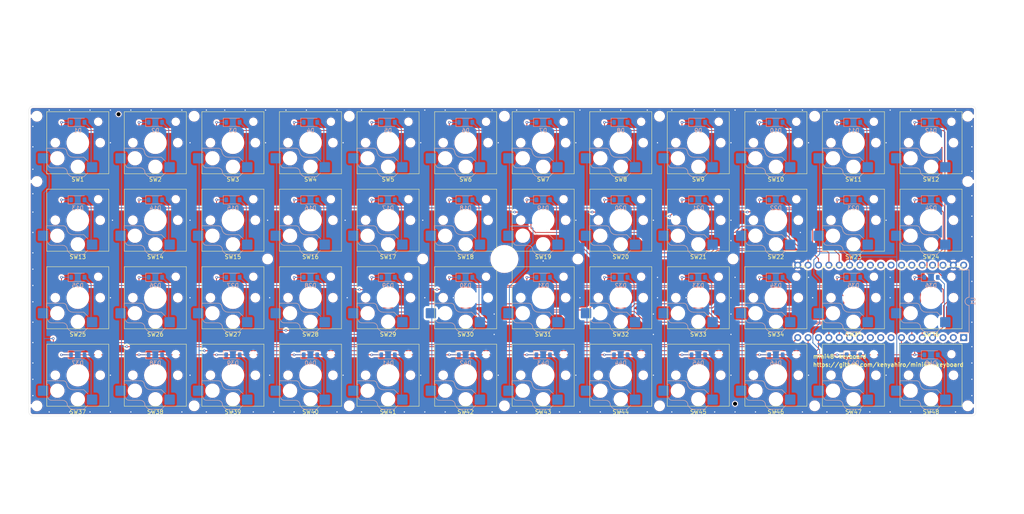
<source format=kicad_pcb>
(kicad_pcb (version 20240108) (generator "pcbnew") (generator_version "8.0")
  (layers (0 "F.Cu" signal) (31 "B.Cu" signal) (34 "B.Paste" user) (35 "F.Paste" user) (36 "B.SilkS" user "B.Silkscreen") (37 "F.SilkS" user "F.Silkscreen") (38 "B.Mask" user) (39 "F.Mask" user) (44 "Edge.Cuts" user))
  (net 0 "")
  (net 1 "/ROW0")
  (net 2 "Net-(D1-A)")
  (net 3 "Net-(D2-A)")
  (net 4 "Net-(D3-A)")
  (net 5 "Net-(D4-A)")
  (net 6 "Net-(D5-A)")
  (net 7 "Net-(D6-A)")
  (net 8 "Net-(D7-A)")
  (net 9 "Net-(D8-A)")
  (net 10 "Net-(D9-A)")
  (net 11 "Net-(D10-A)")
  (net 12 "Net-(D11-A)")
  (net 13 "Net-(D12-A)")
  (net 14 "/ROW1")
  (net 15 "Net-(D13-A)")
  (net 16 "Net-(D14-A)")
  (net 17 "Net-(D15-A)")
  (net 18 "Net-(D16-A)")
  (net 19 "Net-(D17-A)")
  (net 20 "Net-(D18-A)")
  (net 21 "Net-(D19-A)")
  (net 22 "Net-(D20-A)")
  (net 23 "Net-(D21-A)")
  (net 24 "Net-(D22-A)")
  (net 25 "Net-(D23-A)")
  (net 26 "Net-(D24-A)")
  (net 27 "Net-(D25-A)")
  (net 28 "/ROW2")
  (net 29 "Net-(D26-A)")
  (net 30 "Net-(D27-A)")
  (net 31 "Net-(D28-A)")
  (net 32 "Net-(D29-A)")
  (net 33 "Net-(D30-A)")
  (net 34 "Net-(D31-A)")
  (net 35 "Net-(D32-A)")
  (net 36 "Net-(D33-A)")
  (net 37 "Net-(D34-A)")
  (net 38 "Net-(D35-A)")
  (net 39 "Net-(D36-A)")
  (net 40 "Net-(D37-A)")
  (net 41 "/ROW3")
  (net 42 "Net-(D38-A)")
  (net 43 "Net-(D39-A)")
  (net 44 "Net-(D40-A)")
  (net 45 "Net-(D41-A)")
  (net 46 "Net-(D42-A)")
  (net 47 "Net-(D43-A)")
  (net 48 "Net-(D44-A)")
  (net 49 "Net-(D45-A)")
  (net 50 "Net-(D46-A)")
  (net 51 "Net-(D47-A)")
  (net 52 "Net-(D48-A)")
  (net 53 "/COL0")
  (net 54 "/COL1")
  (net 55 "/COL2")
  (net 56 "/COL3")
  (net 57 "/COL4")
  (net 58 "/COL5")
  (net 59 "/COL6")
  (net 60 "/COL7")
  (net 61 "/COL8")
  (net 62 "/COL9")
  (net 63 "/COL10")
  (net 64 "/COL11")
  (net 65 "+3.3V")
  (net 79 "GND")
  (footprint "MountingHole:MountingHole_2.2mm_M2" (layer "F.Cu") (at 171.5 92.5)
    (property "Reference" "REF**" (hide yes))
    (property "Value" "MountingHole_2.2mm_M2" (hide yes))
  )
  (footprint "my_keyswitch:SW_Hotswap_Kailh_Choc_V1V2" (layer "F.Cu") (at 201 83 180)
    (property "Reference" "SW21")
    (property "Value" "SW_Push")
  )
  (footprint "my_keyswitch:SW_Hotswap_Kailh_Choc_V1V2" (layer "F.Cu") (at 144 121 180)
    (property "Reference" "SW42")
    (property "Value" "SW_Push")
  )
  (footprint "my_keyswitch:SW_Hotswap_Kailh_Choc_V1V2" (layer "F.Cu") (at 239 121 180)
    (property "Reference" "SW47")
    (property "Value" "SW_Push")
  )
  (footprint "my_keyswitch:SW_Hotswap_Kailh_Choc_V1V2" (layer "F.Cu") (at 106 64 180)
    (property "Reference" "SW4")
    (property "Value" "SW_Push")
  )
  (footprint "my_keyswitch:SW_Hotswap_Kailh_Choc_V1V2" (layer "F.Cu") (at 144 64 180)
    (property "Reference" "SW6")
    (property "Value" "SW_Push")
  )
  (footprint "my_keyswitch:SW_Hotswap_Kailh_Choc_V1V2" (layer "F.Cu") (at 163 64 180)
    (property "Reference" "SW7")
    (property "Value" "SW_Push")
  )
  (footprint "my_keyswitch:SW_Hotswap_Kailh_Choc_V1V2" (layer "F.Cu") (at 49 64 180)
    (property "Reference" "SW1")
    (property "Value" "SW_Push")
  )
  (footprint "my_keyswitch:SW_Hotswap_Kailh_Choc_V1V2" (layer "F.Cu") (at 87 121 180)
    (property "Reference" "SW39")
    (property "Value" "SW_Push")
  )
  (footprint "MountingHole:MountingHole_2.2mm_M2" (layer "F.Cu") (at 77.5 57.5)
    (property "Reference" "REF**" (hide yes))
    (property "Value" "MountingHole_2.2mm_M2" (hide yes))
  )
  (footprint "MountingHole:MountingHole_2.2mm_M2" (layer "F.Cu") (at 191.5 57.5)
    (property "Reference" "REF**" (hide yes))
    (property "Value" "MountingHole_2.2mm_M2" (hide yes))
  )
  (footprint "MountingHole:MountingHole_2.2mm_M2" (layer "F.Cu") (at 39 57.5)
    (property "Reference" "REF**" (hide yes))
    (property "Value" "MountingHole_2.2mm_M2" (hide yes))
  )
  (footprint "my_keyswitch:SW_Hotswap_Kailh_Choc_V1V2" (layer "F.Cu") (at 68 121 180)
    (property "Reference" "SW38")
    (property "Value" "SW_Push")
  )
  (footprint "MountingHole:MountingHole_2.2mm_M2" (layer "F.Cu") (at 267 128.5)
    (property "Reference" "REF**" (hide yes))
    (property "Value" "MountingHole_2.2mm_M2" (hide yes))
  )
  (footprint "my_keyswitch:SW_Hotswap_Kailh_Choc_V1V2" (layer "F.Cu") (at 258 64 180)
    (property "Reference" "SW12")
    (property "Value" "SW_Push")
  )
  (footprint "my_keyswitch:SW_Hotswap_Kailh_Choc_V1V2" (layer "F.Cu") (at 182 121 180)
    (property "Reference" "SW44")
    (property "Value" "SW_Push")
  )
  (footprint "MountingHole:MountingHole_2.2mm_M2" (layer "F.Cu") (at 39 73.5)
    (property "Reference" "REF**" (hide yes))
    (property "Value" "MountingHole_2.2mm_M2" (hide yes))
  )
  (footprint "my_keyswitch:SW_Hotswap_Kailh_Choc_V1V2" (layer "F.Cu") (at 106 83 180)
    (property "Reference" "SW16")
    (property "Value" "SW_Push")
  )
  (footprint "my_keyswitch:SW_Hotswap_Kailh_Choc_V1V2" (layer "F.Cu") (at 106 102 180)
    (property "Reference" "SW28")
    (property "Value" "SW_Push")
  )
  (footprint "MountingHole:MountingHole_2.2mm_M2" (layer "F.Cu") (at 95.5 92.5)
    (property "Reference" "REF**" (hide yes))
    (property "Value" "MountingHole_2.2mm_M2" (hide yes))
  )
  (footprint "my_keyswitch:SW_Hotswap_Kailh_Choc_V1V2" (layer "F.Cu") (at 163 121 180)
    (property "Reference" "SW43")
    (property "Value" "SW_Push")
  )
  (footprint "MountingHole:MountingHole_2.2mm_M2" (layer "F.Cu") (at 153.5 128.5)
    (property "Reference" "REF**" (hide yes))
    (property "Value" "MountingHole_2.2mm_M2" (hide yes))
  )
  (footprint "my_keyswitch:SW_Hotswap_Kailh_Choc_V1V2" (layer "F.Cu") (at 220 102 180)
    (property "Reference" "SW34")
    (property "Value" "SW_Push")
  )
  (footprint "my_keyswitch:SW_Hotswap_Kailh_Choc_V1V2" (layer "F.Cu") (at 49 121 180)
    (property "Reference" "SW37")
    (property "Value" "SW_Push")
  )
  (footprint "my_keyswitch:SW_Hotswap_Kailh_Choc_V1V2" (layer "F.Cu") (at 239 64 180)
    (property "Reference" "SW11")
    (property "Value" "SW_Push")
  )
  (footprint "my_keyswitch:SW_Hotswap_Kailh_Choc_V1V2" (layer "F.Cu") (at 125 83 180)
    (property "Reference" "SW17")
    (property "Value" "SW_Push")
  )
  (footprint "my_keyswitch:SW_Hotswap_Kailh_Choc_V1V2" (layer "F.Cu") (at 239 83 180)
    (property "Reference" "SW23")
    (property "Value" "SW_Push")
  )
  (footprint "my_keyswitch:SW_Hotswap_Kailh_Choc_V1V2" (layer "F.Cu") (at 144 83 180)
    (property "Reference" "SW18")
    (property "Value" "SW_Push")
  )
  (footprint "my_keyswitch:SW_Hotswap_Kailh_Choc_V1V2" (layer "F.Cu") (at 87 83 180)
    (property "Reference" "SW15")
    (property "Value" "SW_Push")
  )
  (footprint "my_keyswitch:SW_Hotswap_Kailh_Choc_V1V2" (layer "F.Cu") (at 106 121 180)
    (property "Reference" "SW40")
    (property "Value" "SW_Push")
  )
  (footprint "MountingHole:MountingHole_2.2mm_M2" (layer "F.Cu") (at 191.5 128.5)
    (property "Reference" "REF**" (hide yes))
    (property "Value" "MountingHole_2.2mm_M2" (hide yes))
  )
  (footprint "MountingHole:MountingHole_2.2mm_M2" (layer "F.Cu") (at 229.5 128.5)
    (property "Reference" "REF**" (hide yes))
    (property "Value" "MountingHole_2.2mm_M2" (hide yes))
  )
  (footprint "my_keyswitch:SW_Hotswap_Kailh_Choc_V1V2" (layer "F.Cu") (at 68 102 180)
    (property "Reference" "SW26")
    (property "Value" "SW_Push")
  )
  (footprint "my_keyswitch:SW_Hotswap_Kailh_Choc_V1V2" (layer "F.Cu") (at 49 83 180)
    (property "Reference" "SW13")
    (property "Value" "SW_Push")
  )
  (footprint "MountingHole:MountingHole_2.2mm_M2" (layer "F.Cu") (at 153.5 57.5)
    (property "Reference" "REF**" (hide yes))
    (property "Value" "MountingHole_2.2mm_M2" (hide yes))
  )
  (footprint "MountingHole:MountingHole_2.2mm_M2" (layer "F.Cu") (at 267 57.5)
    (property "Reference" "REF**" (hide yes))
    (property "Value" "MountingHole_2.2mm_M2" (hide yes))
  )
  (footprint "MountingHole:MountingHole_2.2mm_M2" (layer "F.Cu") (at 267 73.5)
    (property "Reference" "REF**" (hide yes))
    (property "Value" "MountingHole_2.2mm_M2" (hide yes))
  )
  (footprint "my_keyswitch:SW_Hotswap_Kailh_Choc_V1V2" (layer "F.Cu") (at 125 121 180)
    (property "Reference" "SW41")
    (property "Value" "SW_Push")
  )
  (footprint "my_keyswitch:SW_Hotswap_Kailh_Choc_V1V2" (layer "F.Cu") (at 87 102 180)
    (property "Reference" "SW27")
    (property "Value" "SW_Push")
  )
  (footprint "MountingHole:MountingHole_2.2mm_M2" (layer "F.Cu") (at 229.5 57.5)
    (property "Reference" "REF**" (hide yes))
    (property "Value" "MountingHole_2.2mm_M2" (hide yes))
  )
  (footprint "my_keyswitch:SW_Hotswap_Kailh_Choc_V1V2" (layer "F.Cu") (at 220 83 180)
    (property "Reference" "SW22")
    (property "Value" "SW_Push")
  )
  (footprint "MountingHole:MountingHole_2.2mm_M2" (layer "F.Cu") (at 209.5 92.5)
    (property "Reference" "REF**" (hide yes))
    (property "Value" "MountingHole_2.2mm_M2" (hide yes))
  )
  (footprint "my_keyswitch:SW_Hotswap_Kailh_Choc_V1V2" (layer "F.Cu") (at 125 102 180)
    (property "Reference" "SW29")
    (property "Value" "SW_Push")
  )
  (footprint "my_keyswitch:SW_Hotswap_Kailh_Choc_V1V2" (layer "F.Cu") (at 182 83 180)
    (property "Reference" "SW20")
    (property "Value" "SW_Push")
  )
  (footprint "my_keyswitch:SW_Hotswap_Kailh_Choc_V1V2" (layer "F.Cu") (at 87 64 180)
    (property "Reference" "SW3")
    (property "Value" "SW_Push")
  )
  (footprint "my_keyswitch:SW_Hotswap_Kailh_Choc_V1V2" (layer "F.Cu") (at 220 121 180)
    (property "Reference" "SW46")
    (property "Value" "SW_Push")
  )
  (footprint "my_keyswitch:SW_Hotswap_Kailh_Choc_V1V2" (layer "F.Cu") (at 144 102 180)
    (property "Reference" "SW30")
    (property "Value" "SW_Push")
  )
  (footprint "MountingHole:MountingHole_2.2mm_M2" (layer "F.Cu") (at 39 128.5)
    (property "Reference" "REF**" (hide yes))
    (property "Value" "MountingHole_2.2mm_M2" (hide yes))
  )
  (footprint "my_keyswitch:SW_Hotswap_Kailh_Choc_V1V2" (layer "F.Cu") (at 201 102 180)
    (property "Reference" "SW33")
    (property "Value" "SW_Push")
  )
  (footprint "MountingHole:MountingHole_2.2mm_M2" (layer "F.Cu") (at 115.5 57.5)
    (property "Reference" "REF**" (hide yes))
    (property "Value" "MountingHole_2.2mm_M2" (hide yes))
  )
  (footprint "my_keyswitch:SW_Hotswap_Kailh_Choc_V1V2" (layer "F.Cu") (at 125 64 180)
    (property "Reference" "SW5")
    (property "Value" "SW_Push")
  )
  (footprint "my_keyswitch:SW_Hotswap_Kailh_Choc_V1V2" (layer "F.Cu") (at 68 83 180)
    (property "Reference" "SW14")
    (property "Value" "SW_Push")
  )
  (footprint "my_keyswitch:SW_Hotswap_Kailh_Choc_V1V2" (layer "F.Cu") (at 239 102 180)
    (property "Reference" "SW35")
    (property "Value" "SW_Push")
  )
  (footprint "my_keyswitch:SW_Hotswap_Kailh_Choc_V1V2" (layer "F.Cu") (at 49 102 180)
    (property "Reference" "SW25")
    (property "Value" "SW_Push")
  )
  (footprint "my_keyswitch:SW_Hotswap_Kailh_Choc_V1V2" (layer "F.Cu") (at 258 102 180)
    (property "Reference" "SW36")
    (property "Value" "SW_Push")
  )
  (footprint "MountingHole:MountingHole_2.2mm_M2" (layer "F.Cu") (at 133.5 92.5)
    (property "Reference" "REF**" (hide yes))
    (property "Value" "MountingHole_2.2mm_M2" (hide yes))
  )
  (footprint "my_keyswitch:SW_Hotswap_Kailh_Choc_V1V2" (layer "F.Cu") (at 163 83 180)
    (property "Reference" "SW19")
    (property "Value" "SW_Push")
  )
  (footprint "my_keyswitch:SW_Hotswap_Kailh_Choc_V1V2" (layer "F.Cu") (at 182 64 180)
    (property "Reference" "SW8")
    (property "Value" "SW_Push")
  )
  (footprint "MountingHole:MountingHole_6.4mm_M6" (layer "F.Cu") (at 153.5 92.5)
    (property "Reference" "REF**" (hide yes))
    (property "Value" "MountingHole_6.4mm_M6")
  )
  (footprint "my_keyswitch:SW_Hotswap_Kailh_Choc_V1V2" (layer "F.Cu") (at 182 102 180)
    (property "Reference" "SW32")
    (property "Value" "SW_Push")
  )
  (footprint "my_keyswitch:SW_Hotswap_Kailh_Choc_V1V2" (layer "F.Cu") (at 201 64 180)
    (property "Reference" "SW9")
    (property "Value" "SW_Push")
  )
  (footprint "my_keyswitch:SW_Hotswap_Kailh_Choc_V1V2" (layer "F.Cu") (at 258 83 180)
    (property "Reference" "SW24")
    (property "Value" "SW_Push")
  )
  (footprint "my_keyswitch:SW_Hotswap_Kailh_Choc_V1V2" (layer "F.Cu") (at 163 102 180)
    (property "Reference" "SW31")
    (property "Value" "SW_Push")
  )
  (footprint "MountingHole:MountingHole_2.2mm_M2" (layer "F.Cu") (at 77.5 128.5)
    (property "Reference" "REF**" (hide yes))
    (property "Value" "MountingHole_2.2mm_M2" (hide yes))
  )
  (footprint "MountingHole:MountingHole_2.2mm_M2" (layer "F.Cu") (at 115.5 128.5)
    (property "Reference" "REF**" (hide yes))
    (property "Value" "MountingHole_2.2mm_M2" (hide yes))
  )
  (footprint "my_keyswitch:SW_Hotswap_Kailh_Choc_V1V2" (layer "F.Cu") (at 68 64 180)
    (property "Reference" "SW2")
    (property "Value" "SW_Push")
  )
  (footprint "my_keyswitch:SW_Hotswap_Kailh_Choc_V1V2" (layer "F.Cu") (at 220 64 180)
    (property "Reference" "SW10")
    (property "Value" "SW_Push")
  )
  (footprint "my_keyswitch:SW_Hotswap_Kailh_Choc_V1V2" (layer "F.Cu") (at 258 121 180)
    (property "Reference" "SW48")
    (property "Value" "SW_Push")
  )
  (footprint "my_keyswitch:SW_Hotswap_Kailh_Choc_V1V2" (layer "F.Cu") (at 201 121 180)
    (property "Reference" "SW45")
    (property "Value" "SW_Push")
  )
  (footprint "Diode_SMD:D_SOD-123" (layer "B.Cu") (at 201 116)
    (property "Reference" "D45")
    (property "Value" "1N4148W")
  )
  (footprint "Diode_SMD:D_SOD-123" (layer "B.Cu") (at 182 59)
    (property "Reference" "D8")
    (property "Value" "1N4148W")
  )
  (footprint "Diode_SMD:D_SOD-123" (layer "B.Cu") (at 68 59)
    (property "Reference" "D2")
    (property "Value" "1N4148W")
  )
  (footprint "Diode_SMD:D_SOD-123" (layer "B.Cu") (at 106 78)
    (property "Reference" "D16")
    (property "Value" "1N4148W")
  )
  (footprint "my_keyswitch:hole1mm" (layer "B.Cu") (at 59 57 180)
    (property "Reference" "REF**" (hide yes))
    (property "Value" "hole1mm" (hide yes))
  )
  (footprint "Diode_SMD:D_SOD-123" (layer "B.Cu") (at 220 59)
    (property "Reference" "D10")
    (property "Value" "1N4148W")
  )
  (footprint "Diode_SMD:D_SOD-123" (layer "B.Cu") (at 49 59)
    (property "Reference" "D1")
    (property "Value" "1N4148W")
  )
  (footprint "Diode_SMD:D_SOD-123" (layer "B.Cu") (at 258 116)
    (property "Reference" "D48")
    (property "Value" "1N4148W")
  )
  (footprint "Diode_SMD:D_SOD-123" (layer "B.Cu") (at 49 116)
    (property "Reference" "D37")
    (property "Value" "1N4148W")
  )
  (footprint "Diode_SMD:D_SOD-123" (layer "B.Cu") (at 144 97)
    (property "Reference" "D30")
    (property "Value" "1N4148W")
  )
  (footprint "Diode_SMD:D_SOD-123" (layer "B.Cu") (at 68 78)
    (property "Reference" "D14")
    (property "Value" "1N4148W")
  )
  (footprint "Diode_SMD:D_SOD-123" (layer "B.Cu") (at 201 97)
    (property "Reference" "D33")
    (property "Value" "1N4148W")
  )
  (footprint "Diode_SMD:D_SOD-123" (layer "B.Cu") (at 239 97)
    (property "Reference" "D35")
    (property "Value" "1N4148W")
  )
  (footprint "Diode_SMD:D_SOD-123" (layer "B.Cu") (at 258 78)
    (property "Reference" "D24")
    (property "Value" "1N4148W")
  )
  (footprint "Diode_SMD:D_SOD-123" (layer "B.Cu") (at 87 78)
    (property "Reference" "D15")
    (property "Value" "1N4148W")
  )
  (footprint "Diode_SMD:D_SOD-123" (layer "B.Cu") (at 163 59)
    (property "Reference" "D7")
    (property "Value" "1N4148W")
  )
  (footprint "Diode_SMD:D_SOD-123" (layer "B.Cu") (at 239 116)
    (property "Reference" "D47")
    (property "Value" "1N4148W")
  )
  (footprint "Diode_SMD:D_SOD-123" (layer "B.Cu") (at 144 59)
    (property "Reference" "D6")
    (property "Value" "1N4148W")
  )
  (footprint "Diode_SMD:D_SOD-123" (layer "B.Cu") (at 125 78)
    (property "Reference" "D17")
    (property "Value" "1N4148W")
  )
  (footprint "Diode_SMD:D_SOD-123" (layer "B.Cu") (at 182 78)
    (property "Reference" "D20")
    (property "Value" "1N4148W")
  )
  (footprint "Diode_SMD:D_SOD-123" (layer "B.Cu") (at 258 59)
    (property "Reference" "D12")
    (property "Value" "1N4148W")
  )
  (footprint "Diode_SMD:D_SOD-123" (layer "B.Cu") (at 239 78)
    (property "Reference" "D23")
    (property "Value" "1N4148W")
  )
  (footprint "Diode_SMD:D_SOD-123" (layer "B.Cu") (at 239 59)
    (property "Reference" "D11")
    (property "Value" "1N4148W")
  )
  (footprint "Diode_SMD:D_SOD-123" (layer "B.Cu") (at 182 97)
    (property "Reference" "D32")
    (property "Value" "1N4148W")
  )
  (footprint "Diode_SMD:D_SOD-123" (layer "B.Cu") (at 220 78)
    (property "Reference" "D22")
    (property "Value" "1N4148W")
  )
  (footprint "Diode_SMD:D_SOD-123" (layer "B.Cu") (at 49 97)
    (property "Reference" "D25")
    (property "Value" "1N4148W")
  )
  (footprint "Diode_SMD:D_SOD-123" (layer "B.Cu") (at 144 78)
    (property "Reference" "D18")
    (property "Value" "1N4148W")
  )
  (footprint "Diode_SMD:D_SOD-123" (layer "B.Cu") (at 220 97)
    (property "Reference" "D34")
    (property "Value" "1N4148W")
  )
  (footprint "Diode_SMD:D_SOD-123" (layer "B.Cu") (at 106 116)
    (property "Reference" "D40")
    (property "Value" "1N4148W")
  )
  (footprint "Diode_SMD:D_SOD-123" (layer "B.Cu") (at 106 59)
    (property "Reference" "D4")
    (property "Value" "1N4148W")
  )
  (footprint "Diode_SMD:D_SOD-123" (layer "B.Cu") (at 182 116)
    (property "Reference" "D44")
    (property "Value" "1N4148W")
  )
  (footprint "ae-rp2040:AE-RP2040" (layer "B.Cu") (at 266 111.78 90)
    (property "Reference" "U1")
    (property "Value" "~")
  )
  (footprint "Diode_SMD:D_SOD-123" (layer "B.Cu") (at 87 59)
    (property "Reference" "D3")
    (property "Value" "1N4148W")
  )
  (footprint "Diode_SMD:D_SOD-123" (layer "B.Cu") (at 87 116)
    (property "Reference" "D39")
    (property "Value" "1N4148W")
  )
  (footprint "Diode_SMD:D_SOD-123" (layer "B.Cu") (at 68 116)
    (property "Reference" "D38")
    (property "Value" "1N4148W")
  )
  (footprint "Diode_SMD:D_SOD-123" (layer "B.Cu") (at 125 116)
    (property "Reference" "D41")
    (property "Value" "1N4148W")
  )
  (footprint "Diode_SMD:D_SOD-123" (layer "B.Cu") (at 201 59)
    (property "Reference" "D9")
    (property "Value" "1N4148W")
  )
  (footprint "Diode_SMD:D_SOD-123" (layer "B.Cu") (at 49 78)
    (property "Reference" "D13")
    (property "Value" "1N4148W")
  )
  (footprint "Diode_SMD:D_SOD-123" (layer "B.Cu") (at 125 59)
    (property "Reference" "D5")
    (property "Value" "1N4148W")
  )
  (footprint "Diode_SMD:D_SOD-123" (layer "B.Cu") (at 106 97)
    (property "Reference" "D28")
    (property "Value" "1N4148W")
  )
  (footprint "Diode_SMD:D_SOD-123" (layer "B.Cu") (at 163 78)
    (property "Reference" "D19")
    (property "Value" "1N4148W")
  )
  (footprint "Diode_SMD:D_SOD-123" (layer "B.Cu") (at 163 116)
    (property "Reference" "D43")
    (property "Value" "1N4148W")
  )
  (footprint "Diode_SMD:D_SOD-123" (layer "B.Cu") (at 220 116)
    (property "Reference" "D46")
    (property "Value" "1N4148W")
  )
  (footprint "Diode_SMD:D_SOD-123" (layer "B.Cu") (at 125 97)
    (property "Reference" "D29")
    (property "Value" "1N4148W")
  )
  (footprint "Diode_SMD:D_SOD-123" (layer "B.Cu") (at 68 97)
    (property "Reference" "D26")
    (property "Value" "1N4148W")
  )
  (footprint "Diode_SMD:D_SOD-123" (layer "B.Cu") (at 87 97)
    (property "Reference" "D27")
    (property "Value" "1N4148W")
  )
  (footprint "Diode_SMD:D_SOD-123" (layer "B.Cu") (at 201 78)
    (property "Reference" "D21")
    (property "Value" "1N4148W")
  )
  (footprint "Diode_SMD:D_SOD-123" (layer "B.Cu") (at 163 97)
    (property "Reference" "D31")
    (property "Value" "1N4148W")
  )
  (footprint "Diode_SMD:D_SOD-123" (layer "B.Cu") (at 258 97)
    (property "Reference" "D36")
    (property "Value" "1N4148W")
  )
  (footprint "Diode_SMD:D_SOD-123" (layer "B.Cu") (at 144 116)
    (property "Reference" "D42")
    (property "Value" "1N4148W")
  )
  (footprint "my_keyswitch:hole1mm" (layer "B.Cu") (at 210 128 180)
    (property "Reference" "REF**" (hide yes))
    (property "Value" "hole1mm" (hide yes))
  )
  (gr_line (start 268 131) (end 38 131) (stroke (width 0.05)) (layer "Edge.Cuts"))
  (gr_arc (start 268 55) (mid 268.707107 55.292893) (end 269 56) (stroke (width 0.05)) (layer "Edge.Cuts"))
  (gr_line (start 269 56) (end 269 130) (stroke (width 0.05)) (layer "Edge.Cuts"))
  (gr_arc (start 269 130) (mid 268.707107 130.707107) (end 268 131) (stroke (width 0.05)) (layer "Edge.Cuts"))
  (gr_line (start 38 55) (end 268 55) (stroke (width 0.05)) (layer "Edge.Cuts"))
  (gr_line (start 37 130) (end 37 56) (stroke (width 0.05)) (layer "Edge.Cuts"))
  (gr_arc (start 37 56) (mid 37.292893 55.292893) (end 38 55) (stroke (width 0.05)) (layer "Edge.Cuts"))
  (gr_arc (start 38 131) (mid 37.292893 130.707107) (end 37 130) (stroke (width 0.05)) (layer "Edge.Cuts"))
  (gr_text "https://github.com/kenyahiro/mini48-keyboard" (at 229 119 0) (layer "F.SilkS") (effects (font (size 1 1) (thickness 0.2) (bold yes)) (justify left bottom)))
  (gr_text "mini48-keyboard" (at 229 117 0) (layer "F.SilkS") (effects (font (size 1 1) (thickness 0.2) (bold yes)) (justify left bottom)))
  (segment (start 262 98) (end 259.77 95.77) (width 0.2) (layer "F.Cu") (net 1))
  (segment (start 197 61) (end 216 61) (width 0.2) (layer "F.Cu") (net 1))
  (segment (start 178 59) (end 178 61) (width 0.2) (layer "F.Cu") (net 1))
  (segment (start 261.08 103.92) (end 262 103) (width 0.2) (layer "F.Cu") (net 1))
  (segment (start 261 61) (end 254 61) (width 0.2) (layer "F.Cu") (net 1))
  (segment (start 102 59) (end 102 61) (width 0.2) (layer "F.Cu") (net 1))
  (segment (start 235 61) (end 254 61) (width 0.2) (layer "F.Cu") (net 1))
  (segment (start 121 59) (end 121 61) (width 0.2) (layer "F.Cu") (net 1))
  (segment (start 121 61) (end 140 61) (width 0.2) (layer "F.Cu") (net 1))
  (segment (start 64 61) (end 83 61) (width 0.2) (layer "F.Cu") (net 1))
  (segment (start 261.4 90.6) (end 261.4 61.4) (width 0.2) (layer "F.Cu") (net 1))
  (segment (start 64 59) (end 64 61) (width 0.2) (layer "F.Cu") (net 1))
  (segment (start 216 59) (end 216 61) (width 0.2) (layer "F.Cu") (net 1))
  (segment (start 254 59) (end 254 61) (width 0.2) (layer "F.Cu") (net 1))
  (segment (start 261.08 109.08) (end 261.08 103.92) (width 0.2) (layer "F.Cu") (net 1))
  (segment (start 261.4 61.4) (end 261 61) (width 0.2) (layer "F.Cu") (net 1))
  (segment (start 197 59) (end 197 61) (width 0.2) (layer "F.Cu") (net 1))
  (segment (start 178 61) (end 197 61) (width 0.2) (layer "F.Cu") (net 1))
  (segment (start 258.38 111.78) (end 261.08 109.08) (width 0.2) (layer "F.Cu") (net 1))
  (segment (start 45 61) (end 64 61) (width 0.2) (layer "F.Cu") (net 1))
  (segment (start 140 61) (end 159 61) (width 0.2) (layer "F.Cu") (net 1))
  (segment (start 216 61) (end 235 61) (width 0.2) (layer "F.Cu") (net 1))
  (segment (start 259.77 95.77) (end 259.77 92.23) (width 0.2) (layer "F.Cu") (net 1))
  (segment (start 259.77 92.23) (end 261.4 90.6) (width 0.2) (layer "F.Cu") (net 1))
  (segment (start 83 59) (end 83 61) (width 0.2) (layer "F.Cu") (net 1))
  (segment (start 102 61) (end 121 61) (width 0.2) (layer "F.Cu") (net 1))
  (segment (start 159 59) (end 159 61) (width 0.2) (layer "F.Cu") (net 1))
  (segment (start 262 103) (end 262 98) (width 0.2) (layer "F.Cu") (net 1))
  (segment (start 235 59) (end 235 61) (width 0.2) (layer "F.Cu") (net 1))
  (segment (start 159 61) (end 178 61) (width 0.2) (layer "F.Cu") (net 1))
  (segment (start 140 59) (end 140 61) (width 0.2) (layer "F.Cu") (net 1))
  (segment (start 83 61) (end 102 61) (width 0.2) (layer "F.Cu") (net 1))
  (segment (start 45 59) (end 45 61) (width 0.2) (layer "F.Cu") (net 1))
  (via (at 254 59) (size 0.6) (drill 0.3) (layers "F.Cu" "B.Cu") (net 1))
  (via (at 102 59) (size 0.6) (drill 0.3) (layers "F.Cu" "B.Cu") (net 1))
  (via (at 121 59) (size 0.6) (drill 0.3) (layers "F.Cu" "B.Cu") (net 1))
  (via (at 178 59) (size 0.6) (drill 0.3) (layers "F.Cu" "B.Cu") (net 1))
  (via (at 140 59) (size 0.6) (drill 0.3) (layers "F.Cu" "B.Cu") (net 1))
  (via (at 216 59) (size 0.6) (drill 0.3) (layers "F.Cu" "B.Cu") (net 1))
  (via (at 45 59) (size 0.6) (drill 0.3) (layers "F.Cu" "B.Cu") (net 1))
  (via (at 64 59) (size 0.6) (drill 0.3) (layers "F.Cu" "B.Cu") (net 1))
  (via (at 197 59) (size 0.6) (drill 0.3) (layers "F.Cu" "B.Cu") (net 1))
  (via (at 159 59) (size 0.6) (drill 0.3) (layers "F.Cu" "B.Cu") (net 1))
  (via (at 83 59) (size 0.6) (drill 0.3) (layers "F.Cu" "B.Cu") (net 1))
  (via (at 235 59) (size 0.6) (drill 0.3) (layers "F.Cu" "B.Cu") (net 1))
  (segment (start 104.35 59) (end 102 59) (width 0.2) (layer "B.Cu") (net 1))
  (segment (start 123.35 59) (end 121 59) (width 0.2) (layer "B.Cu") (net 1))
  (segment (start 142.35 59) (end 140 59) (width 0.2) (layer "B.Cu") (net 1))
  (segment (start 180.35 59) (end 178 59) (width 0.2) (layer "B.Cu") (net 1))
  (segment (start 161.35 59) (end 159 59) (width 0.2) (layer "B.Cu") (net 1))
  (segment (start 256.35 59) (end 254 59) (width 0.2) (layer "B.Cu") (net 1))
  (segment (start 199.35 59) (end 197 59) (width 0.2) (layer "B.Cu") (net 1))
  (segment (start 218.35 59) (end 216 59) (width 0.2) (layer "B.Cu") (net 1))
  (segment (start 85.35 59) (end 83 59) (width 0.2) (layer "B.Cu") (net 1))
  (segment (start 66.35 59) (end 64 59) (width 0.2) (layer "B.Cu") (net 1))
  (segment (start 237.35 59) (end 235 59) (width 0.2) (layer "B.Cu") (net 1))
  (segment (start 47.35 59) (end 45 59) (width 0.2) (layer "B.Cu") (net 1))
  (segment (start 52.275 60.625) (end 52.275 69.95) (width 0.2) (layer "B.Cu") (net 2))
  (segment (start 50.65 59) (end 52.275 60.625) (width 0.2) (layer "B.Cu") (net 2))
  (segment (start 71.275 60.625) (end 71.275 69.95) (width 0.2) (layer "B.Cu") (net 3))
  (segment (start 69.65 59) (end 71.275 60.625) (width 0.2) (layer "B.Cu") (net 3))
  (segment (start 90.275 60.625) (end 90.275 69.95) (width 0.2) (layer "B.Cu") (net 4))
  (segment (start 88.65 59) (end 90.275 60.625) (width 0.2) (layer "B.Cu") (net 4))
  (segment (start 109.275 60.625) (end 109.275 69.95) (width 0.2) (layer "B.Cu") (net 5))
  (segment (start 107.65 59) (end 109.275 60.625) (width 0.2) (layer "B.Cu") (net 5))
  (segment (start 128.275 60.625) (end 128.275 69.95) (width 0.2) (layer "B.Cu") (net 6))
  (segment (start 126.65 59) (end 128.275 60.625) (width 0.2) (layer "B.Cu") (net 6))
  (segment (start 145.65 59) (end 147.275 60.625) (width 0.2) (layer "B.Cu") (net 7))
  (segment (start 147.275 60.625) (end 147.275 69.95) (width 0.2) (layer "B.Cu") (net 7))
  (segment (start 164.65 59) (end 166.275 60.625) (width 0.2) (layer "B.Cu") (net 8))
  (segment (start 166.275 60.625) (end 166.275 69.95) (width 0.2) (layer "B.Cu") (net 8))
  (segment (start 183.65 59) (end 185.275 60.625) (width 0.2) (layer "B.Cu") (net 9))
  (segment (start 185.275 60.625) (end 185.275 69.95) (width 0.2) (layer "B.Cu") (net 9))
  (segment (start 202.65 59) (end 204.275 60.625) (width 0.2) (layer "B.Cu") (net 10))
  (segment (start 204.275 60.625) (end 204.275 69.95) (width 0.2) (layer "B.Cu") (net 10))
  (segment (start 221.65 59) (end 223.275 60.625) (width 0.2) (layer "B.Cu") (net 11))
  (segment (start 223.275 60.625) (end 223.275 69.95) (width 0.2) (layer "B.Cu") (net 11))
  (segment (start 242.275 60.625) (end 242.275 69.95) (width 0.2) (layer "B.Cu") (net 12))
  (segment (start 240.65 59) (end 242.275 60.625) (width 0.2) (layer "B.Cu") (net 12))
  (segment (start 259.65 59) (end 261.275 60.625) (width 0.2) (layer "B.Cu") (net 13))
  (segment (start 261.275 60.625) (end 261.275 69.95) (width 0.2) (layer "B.Cu") (net 13))
  (segment (start 159 78) (end 159 80) (width 0.2) (layer "F.Cu") (net 14))
  (segment (start 197 80) (end 216 80) (width 0.2) (layer "F.Cu") (net 14))
  (segment (start 83 80) (end 102 80) (width 0.2) (layer "F.Cu") (net 14))
  (segment (start 216 78) (end 216 80) (width 0.2) (layer "F.Cu") (net 14))
  (segment (start 159 80) (end 178 80) (width 0.2) (layer "F.Cu") (net 14))
  (segment (start 235 80) (end 254 80) (width 0.2) (layer "F.Cu") (net 14))
  (segment (start 254 78) (end 254 80) (width 0.2) (layer "F.Cu") (net 14))
  (segment (start 121 78) (end 121 80) (width 0.2) (layer "F.Cu") (net 14))
  (segment (start 140 78) (end 140 80) (width 0.2) (layer "F.Cu") (net 14))
  (segment (start 216 80) (end 235 80) (width 0.2) (layer "F.Cu") (net 14))
  (segment (start 197 78) (end 197 80) (width 0.2) (layer "F.Cu") (net 14))
  (segment (start 45 80) (end 64 80) (width 0.2) (layer "F.Cu") (net 14))
  (segment (start 258 92) (end 259 92) (width 0.2) (layer "F.Cu") (net 14))
  (segment (start 255.84 106.16) (end 257 105) (width 0.2) (layer "F.Cu") (net 14))
  (segment (start 257 96) (end 257 93) (width 0.2) (layer "F.Cu") (net 14))
  (segment (start 257 93) (end 258 92) (width 0.2) (layer "F.Cu") (net 14))
  (segment (start 261 103.0645) (end 261 100) (width 0.2) (layer "F.Cu") (net 14))
  (segment (start 259 92) (end 261 90) (width 0.2) (layer "F.Cu") (net 14))
  (segment (start 259.0645 105) (end 261 103.0645) (width 0.2) (layer "F.Cu") (net 14))
  (segment (start 45 78) (end 45 80) (width 0.2) (layer "F.Cu") (net 14))
  (segment (start 178 80) (end 197 80) (width 0.2) (layer "F.Cu") (net 14))
  (segment (start 257 105) (end 259.0645 105) (width 0.2) (layer "F.Cu") (net 14))
  (segment (start 140 80) (end 159 80) (width 0.2) (layer "F.Cu") (net 14))
  (segment (start 235 78) (end 235 80) (width 0.2) (layer "F.Cu") (net 14))
  (segment (start 261 90) (end 261 81) (width 0.2) (layer "F.Cu") (net 14))
  (segment (start 178 78) (end 178 80) (width 0.2) (layer "F.Cu") (net 14))
  (segment (start 83 78) (end 83 80) (width 0.2) (layer "F.Cu") (net 14))
  (segment (start 255.84 111.78) (end 255.84 106.16) (width 0.2) (layer "F.Cu") (net 14))
  (segment (start 261 81) (end 260 80) (width 0.2) (layer "F.Cu") (net 14))
  (segment (start 261 100) (end 257 96) (width 0.2) (layer "F.Cu") (net 14))
  (segment (start 64 80) (end 83 80) (width 0.2) (layer "F.Cu") (net 14))
  (segment (start 102 78) (end 102 80) (width 0.2) (layer "F.Cu") (net 14))
  (segment (start 64 78) (end 64 80) (width 0.2) (layer "F.Cu") (net 14))
  (segment (start 260 80) (end 254 80) (width 0.2) (layer "F.Cu") (net 14))
  (segment (start 121 80) (end 140 80) (width 0.2) (layer "F.Cu") (net 14))
  (segment (start 102 80) (end 121 80) (width 0.2) (layer "F.Cu") (net 14))
  (via (at 216 78) (size 0.6) (drill 0.3) (layers "F.Cu" "B.Cu") (net 14))
  (via (at 83 78) (size 0.6) (drill 0.3) (layers "F.Cu" "B.Cu") (net 14))
  (via (at 254 78) (size 0.6) (drill 0.3) (layers "F.Cu" "B.Cu") (net 14))
  (via (at 64 78) (size 0.6) (drill 0.3) (layers "F.Cu" "B.Cu") (net 14))
  (via (at 140 78) (size 0.6) (drill 0.3) (layers "F.Cu" "B.Cu") (net 14))
  (via (at 45 78) (size 0.6) (drill 0.3) (layers "F.Cu" "B.Cu") (net 14))
  (via (at 121 78) (size 0.6) (drill 0.3) (layers "F.Cu" "B.Cu") (net 14))
  (via (at 102 78) (size 0.6) (drill 0.3) (layers "F.Cu" "B.Cu") (net 14))
  (via (at 159 78) (size 0.6) (drill 0.3) (layers "F.Cu" "B.Cu") (net 14))
  (via (at 197 78) (size 0.6) (drill 0.3) (layers "F.Cu" "B.Cu") (net 14))
  (via (at 235 78) (size 0.6) (drill 0.3) (layers "F.Cu" "B.Cu") (net 14))
  (via (at 178 78) (size 0.6) (drill 0.3) (layers "F.Cu" "B.Cu") (net 14))
  (segment (start 199.35 78) (end 197 78) (width 0.2) (layer "B.Cu") (net 14))
  (segment (start 218.35 78) (end 216 78) (width 0.2) (layer "B.Cu") (net 14))
  (segment (start 256.35 78) (end 254 78) (width 0.2) (layer "B.Cu") (net 14))
  (segment (start 85.35 78) (end 83 78) (width 0.2) (layer "B.Cu") (net 14))
  (segment (start 161.35 78) (end 159 78) (width 0.2) (layer "B.Cu") (net 14))
  (segment (start 104.35 78) (end 102 78) (width 0.2) (layer "B.Cu") (net 14))
  (segment (start 123.35 78) (end 121 78) (width 0.2) (layer "B.Cu") (net 14))
  (segment (start 180.35 78) (end 178 78) (width 0.2) (layer "B.Cu") (net 14))
  (segment (start 237.35 78) (end 235 78) (width 0.2) (layer "B.Cu") (net 14))
  (segment (start 142.35 78) (end 140 78) (width 0.2) (layer "B.Cu") (net 14))
  (segment (start 66.35 78) (end 64 78) (width 0.2) (layer "B.Cu") (net 14))
  (segment (start 47.35 78) (end 45 78) (width 0.2) (layer "B.Cu") (net 14))
  (segment (start 50.65 78) (end 52.275 79.625) (width 0.2) (layer "B.Cu") (net 15))
  (segment (start 52.275 79.625) (end 52.275 88.95) (width 0.2) (layer "B.Cu") (net 15))
  (segment (start 69.65 78) (end 71.275 79.625) (width 0.2) (layer "B.Cu") (net 16))
  (segment (start 71.275 79.625) (end 71.275 88.95) (width 0.2) (layer "B.Cu") (net 16))
  (segment (start 90.275 79.625) (end 90.275 88.95) (width 0.2) (layer "B.Cu") (net 17))
  (segment (start 88.65 78) (end 90.275 79.625) (width 0.2) (layer "B.Cu") (net 17))
  (segment (start 107.65 78) (end 109.275 79.625) (width 0.2) (layer "B.Cu") (net 18))
  (segment (start 109.275 79.625) (end 109.275 88.95) (width 0.2) (layer "B.Cu") (net 18))
  (segment (start 128.275 79.625) (end 128.275 88.95) (width 0.2) (layer "B.Cu") (net 19))
  (segment (start 126.65 78) (end 128.275 79.625) (width 0.2) (layer "B.Cu") (net 19))
  (segment (start 145.65 78) (end 147.275 79.625) (width 0.2) (layer "B.Cu") (net 20))
  (segment (start 147.275 79.625) (end 147.275 88.95) (width 0.2) (layer "B.Cu") (net 20))
  (segment (start 166.275 79.625) (end 166.275 88.95) (width 0.2) (layer "B.Cu") (net 21))
  (segment (start 164.65 78) (end 166.275 79.625) (width 0.2) (layer "B.Cu") (net 21))
  (segment (start 183.65 78) (end 185.275 79.625) (width 0.2) (layer "B.Cu") (net 22))
  (segment (start 185.275 79.625) (end 185.275 88.95) (width 0.2) (layer "B.Cu") (net 22))
  (segment (start 202.65 78) (end 204.275 79.625) (width 0.2) (layer "B.Cu") (net 23))
  (segment (start 204.275 79.625) (end 204.275 88.95) (width 0.2) (layer "B.Cu") (net 23))
  (segment (start 221.65 78) (end 223.275 79.625) (width 0.2) (layer "B.Cu") (net 24))
  (segment (start 223.275 79.625) (end 223.275 88.95) (width 0.2) (layer "B.Cu") (net 24))
  (segment (start 242.275 79.625) (end 242.275 88.95) (width 0.2) (layer "B.Cu") (net 25))
  (segment (start 240.65 78) (end 242.275 79.625) (width 0.2) (layer "B.Cu") (net 25))
  (segment (start 259.65 78) (end 261.275 79.625) (width 0.2) (layer "B.Cu") (net 26))
  (segment (start 261.275 79.625) (end 261.275 88.95) (width 0.2) (layer "B.Cu") (net 26))
  (segment (start 50.65 97) (end 52.275 98.625) (width 0.2) (layer "B.Cu") (net 27))
  (segment (start 52.275 98.625) (end 52.275 107.95) (width 0.2) (layer "B.Cu") (net 27))
  (segment (start 159 99) (end 178 99) (width 0.2) (layer "F.Cu") (net 28))
  (segment (start 216 97) (end 216 99) (width 0.2) (layer "F.Cu") (net 28))
  (segment (start 235 97) (end 235 99) (width 0.2) (layer "F.Cu") (net 28))
  (segment (start 64 97) (end 64 99) (width 0.2) (layer "F.Cu") (net 28))
  (segment (start 197 97) (end 197 99) (width 0.2) (layer "F.Cu") (net 28))
  (segment (start 159 97) (end 159 99) (width 0.2) (layer "F.Cu") (net 28))
  (segment (start 140 97) (end 140 99) (width 0.2) (layer "F.Cu") (net 28))
  (segment (start 83 97) (end 83 99) (width 0.2) (layer "F.Cu") (net 28))
  (segment (start 45 97) (end 45 99) (width 0.2) (layer "F.Cu") (net 28))
  (segment (start 197 99) (end 216 99) (width 0.2) (layer "F.Cu") (net 28))
  (segment (start 140 99) (end 159 99) (width 0.2) (layer "F.Cu") (net 28))
  (segment (start 178 99) (end 197 99) (width 0.2) (layer "F.Cu") (net 28))
  (segment (start 255.44 107.86) (end 255.44 100.44) (width 0.2) (layer "F.Cu") (net 28))
  (segment (start 102 97) (end 102 99) (width 0.2) (layer "F.Cu") (net 28))
  (segment (start 45 99) (end 64 99) (width 0.2) (layer "F.Cu") (net 28))
  (segment (start 102 99) (end 121 99) (width 0.2) (layer "F.Cu") (net 28))
  (segment (start 178 97) (end 178 99) (width 0.2) (layer "F.Cu") (net 28))
  (segment (start 121 99) (end 140 99) (width 0.2) (layer "F.Cu") (net 28))
  (segment (start 253.3 111.78) (end 253.3 110) (width 0.2) (layer "F.Cu") (net 28))
  (segment (start 253.3 110) (end 255.44 107.86) (width 0.2) (layer "F.Cu") (net 28))
  (segment (start 254 97) (end 254 99) (width 0.2) (layer "F.Cu") (net 28))
  (segment (start 64 99) (end 83 99) (width 0.2) (layer "F.Cu") (net 28))
  (segment (start 235 99) (end 254 99) (width 0.2) (layer "F.Cu") (net 28))
  (segment (start 83 99) (end 102 99) (width 0.2) (layer "F.Cu") (net 28))
  (segment (start 216 99) (end 235 99) (width 0.2) (layer "F.Cu") (net 28))
  (segment (start 121 97) (end 121 99) (width 0.2) (layer "F.Cu") (net 28))
  (segment (start 255.44 100.44) (end 254 99) (width 0.2) (layer "F.Cu") (net 28))
  (via (at 197 97) (size 0.6) (drill 0.3) (layers "F.Cu" "B.Cu") (net 28))
  (via (at 102 97) (size 0.6) (drill 0.3) (layers "F.Cu" "B.Cu") (net 28))
  (via (at 235 97) (size 0.6) (drill 0.3) (layers "F.Cu" "B.Cu") (net 28))
  (via (at 178 97) (size 0.6) (drill 0.3) (layers "F.Cu" "B.Cu") (net 28))
  (via (at 83 97) (size 0.6) (drill 0.3) (layers "F.Cu" "B.Cu") (net 28))
  (via (at 216 97) (size 0.6) (drill 0.3) (layers "F.Cu" "B.Cu") (net 28))
  (via (at 140 97) (size 0.6) (drill 0.3) (layers "F.Cu" "B.Cu") (net 28))
  (via (at 254 97) (size 0.6) (drill 0.3) (layers "F.Cu" "B.Cu") (net 28))
  (via (at 45 97) (size 0.6) (drill 0.3) (layers "F.Cu" "B.Cu") (net 28))
  (via (at 121 97) (size 0.6) (drill 0.3) (layers "F.Cu" "B.Cu") (net 28))
  (via (at 159 97) (size 0.6) (drill 0.3) (layers "F.Cu" "B.Cu") (net 28))
  (via (at 64 97) (size 0.6) (drill 0.3) (layers "F.Cu" "B.Cu") (net 28))
  (segment (start 66.35 97) (end 64 97) (width 0.2) (layer "B.Cu") (net 28))
  (segment (start 142.35 97) (end 140 97) (width 0.2) (layer "B.Cu") (net 28))
  (segment (start 123.35 97) (end 121 97) (width 0.2) (layer "B.Cu") (net 28))
  (segment (start 104.35 97) (end 102 97) (width 0.2) (layer "B.Cu") (net 28))
  (segment (start 161.35 97) (end 159 97) (width 0.2) (layer "B.Cu") (net 28))
  (segment (start 47.35 97) (end 45 97) (width 0.2) (layer "B.Cu") (net 28))
  (segment (start 85.35 97) (end 83 97) (width 0.2) (layer "B.Cu") (net 28))
  (segment (start 199.35 97) (end 197 97) (width 0.2) (layer "B.Cu") (net 28))
  (segment (start 180.35 97) (end 178 97) (width 0.2) (layer "B.Cu") (net 28))
  (segment (start 218.35 97) (end 216 97) (width 0.2) (layer "B.Cu") (net 28))
  (segment (start 256.35 97) (end 254 97) (width 0.2) (layer "B.Cu") (net 28))
  (segment (start 237.35 97) (end 235 97) (width 0.2) (layer "B.Cu") (net 28))
  (segment (start 71.275 98.625) (end 71.275 107.95) (width 0.2) (layer "B.Cu") (net 29))
  (segment (start 69.65 97) (end 71.275 98.625) (width 0.2) (layer "B.Cu") (net 29))
  (segment (start 90.275 98.625) (end 90.275 107.95) (width 0.2) (layer "B.Cu") (net 30))
  (segment (start 88.65 97) (end 90.275 98.625) (width 0.2) (layer "B.Cu") (net 30))
  (segment (start 109.275 98.625) (end 109.275 107.95) (width 0.2) (layer "B.Cu") (net 31))
  (segment (start 107.65 97) (end 109.275 98.625) (width 0.2) (layer "B.Cu") (net 31))
  (segment (start 126.65 97) (end 128.275 98.625) (width 0.2) (layer "B.Cu") (net 32))
  (segment (start 128.275 98.625) (end 128.275 107.95) (width 0.2) (layer "B.Cu") (net 32))
  (segment (start 147.275 98.625) (end 147.275 107.95) (width 0.2) (layer "B.Cu") (net 33))
  (segment (start 145.65 97) (end 147.275 98.625) (width 0.2) (layer "B.Cu") (net 33))
  (segment (start 166.275 98.625) (end 166.275 107.95) (width 0.2) (layer "B.Cu") (net 34))
  (segment (start 164.65 97) (end 166.275 98.625) (width 0.2) (layer "B.Cu") (net 34))
  (segment (start 183.65 97) (end 185.275 98.625) (width 0.2) (layer "B.Cu") (net 35))
  (segment (start 185.275 98.625) (end 185.275 107.95) (width 0.2) (layer "B.Cu") (net 35))
  (segment (start 202.65 97) (end 204.275 98.625) (width 0.2) (layer "B.Cu") (net 36))
  (segment (start 204.275 98.625) (end 204.275 107.95) (width 0.2) (layer "B.Cu") (net 36))
  (segment (start 221.65 97) (end 223.275 98.625) (width 0.2) (layer "B.Cu") (net 37))
  (segment (start 223.275 98.625) (end 223.275 107.95) (width 0.2) (layer "B.Cu") (net 37))
  (segment (start 242.275 98.625) (end 242.275 107.95) (width 0.2) (layer "B.Cu") (net 38))
  (segment (start 240.65 97) (end 242.275 98.625) (width 0.2) (layer "B.Cu") (net 38))
  (segment (start 259.65 97) (end 261.275 98.625) (width 0.2) (layer "B.Cu") (net 39))
  (segment (start 261.275 98.625) (end 261.275 107.95) (width 0.2) (layer "B.Cu") (net 39))
  (segment (start 52.275 117.625) (end 52.275 126.95) (width 0.2) (layer "B.Cu") (net 40))
  (segment (start 50.65 116) (end 52.275 117.625) (width 0.2) (layer "B.Cu") (net 40))
  (segment (start 64 116) (end 83 116) (width 0.2) (layer "F.Cu") (net 41))
  (segment (start 159 116) (end 178 116) (width 0.2) (layer "F.Cu") (net 41))
  (segment (start 83 116) (end 102 116) (width 0.2) (layer "F.Cu") (net 41))
  (segment (start 140 116) (end 159 116) (width 0.2) (layer "F.Cu") (net 41))
  (segment (start 45 116) (end 64 116) (width 0.2) (layer "F.Cu") (net 41))
  (segment (start 102 116) (end 121 116) (width 0.2) (layer "F.Cu") (net 41))
  (segment (start 254 115) (end 251 115) (width 0.2) (layer "F.Cu") (net 41))
  (segment (start 121 116) (end 140 116) (width 0.2) (layer "F.Cu") (net 41))
  (segment (start 254 116) (end 235 116) (width 0.2) (layer "F.Cu") (net 41))
  (segment (start 254 116) (end 254 115) (width 0.2) (layer "F.Cu") (net 41))
  (segment (start 250.76 114.76) (end 250.76 111.78) (width 0.2) (layer "F.Cu") (net 41))
  (segment (start 197 116) (end 216 116) (width 0.2) (layer "F.Cu") (net 41))
  (segment (start 251 115) (end 250.76 114.76) (width 0.2) (layer "F.Cu") (net 41))
  (segment (start 178 116) (end 197 116) (width 0.2) (layer "F.Cu") (net 41))
  (segment (start 235 116) (end 216 116) (width 0.2) (layer "F.Cu") (net 41))
  (via (at 159 116) (size 0.6) (drill 0.3) (layers "F.Cu" "B.Cu") (net 41))
  (via (at 140 116) (size 0.6) (drill 0.3) (layers "F.Cu" "B.Cu") (net 41))
  (via (at 197 116) (size 0.6) (drill 0.3) (layers "F.Cu" "B.Cu") (net 41))
  (via (at 45 116) (size 0.6) (drill 0.3) (layers "F.Cu" "B.Cu") (net 41))
  (via (at 235 116) (size 0.6) (drill 0.3) (layers "F.Cu" "B.Cu") (net 41))
  (via (at 102 116) (size 0.6) (drill 0.3) (layers "F.Cu" "B.Cu") (net 41))
  (via (at 216 116) (size 0.6) (drill 0.3) (layers "F.Cu" "B.Cu") (net 41))
  (via (at 178 116) (size 0.6) (drill 0.3) (layers "F.Cu" "B.Cu") (net 41))
  (via (at 83 116) (size 0.6) (drill 0.3) (layers "F.Cu" "B.Cu") (net 41))
  (via (at 254 116) (size 0.6) (drill 0.3) (layers "F.Cu" "B.Cu") (net 41))
  (via (at 121 116) (size 0.6) (drill 0.3) (layers "F.Cu" "B.Cu") (net 41))
  (via (at 64 116) (size 0.6) (drill 0.3) (layers "F.Cu" "B.Cu") (net 41))
  (segment (start 199.35 116) (end 197 116) (width 0.2) (layer "B.Cu") (net 41))
  (segment (start 123.35 116) (end 121 116) (width 0.2) (layer "B.Cu") (net 41))
  (segment (start 142.35 116) (end 140 116) (width 0.2) (layer "B.Cu") (net 41))
  (segment (start 237.35 116) (end 235 116) (width 0.2) (layer "B.Cu") (net 41))
  (segment (start 85.35 116) (end 83 116) (width 0.2) (layer "B.Cu") (net 41))
  (segment (start 180.35 116) (end 178 116) (width 0.2) (layer "B.Cu") (net 41))
  (segment (start 66.35 116) (end 64 116) (width 0.2) (layer "B.Cu") (net 41))
  (segment (start 104.35 116) (end 102 116) (width 0.2) (layer "B.Cu") (net 41))
  (segment (start 256.35 116) (end 254 116) (width 0.2) (layer "B.Cu") (net 41))
  (segment (start 161.35 116) (end 159 116) (width 0.2) (layer "B.Cu") (net 41))
  (segment (start 47.35 116) (end 45 116) (width 0.2) (layer "B.Cu") (net 41))
  (segment (start 218.35 116) (end 216 116) (width 0.2) (layer "B.Cu") (net 41))
  (segment (start 69.65 116) (end 71.275 117.625) (width 0.2) (layer "B.Cu") (net 42))
  (segment (start 71.275 117.625) (end 71.275 126.95) (width 0.2) (layer "B.Cu") (net 42))
  (segment (start 88.65 116) (end 90.275 117.625) (width 0.2) (layer "B.Cu") (net 43))
  (segment (start 90.275 117.625) (end 90.275 126.95) (width 0.2) (layer "B.Cu") (net 43))
  (segment (start 109.275 117.625) (end 109.275 126.95) (width 0.2) (layer "B.Cu") (net 44))
  (segment (start 107.65 116) (end 109.275 117.625) (width 0.2) (layer "B.Cu") (net 44))
  (segment (start 126.65 116) (end 128.275 117.625) (width 0.2) (layer "B.Cu") (net 45))
  (segment (start 128.275 117.625) (end 128.275 126.95) (width 0.2) (layer "B.Cu") (net 45))
  (segment (start 147.275 117.625) (end 147.275 126.95) (width 0.2) (layer "B.Cu") (net 46))
  (segment (start 145.65 116) (end 147.275 117.625) (width 0.2) (layer "B.Cu") (net 46))
  (segment (start 166.275 117.625) (end 166.275 126.95) (width 0.2) (layer "B.Cu") (net 47))
  (segment (start 164.65 116) (end 166.275 117.625) (width 0.2) (layer "B.Cu") (net 47))
  (segment (start 183.65 116) (end 185.275 117.625) (width 0.2) (layer "B.Cu") (net 48))
  (segment (start 185.275 117.625) (end 185.275 126.95) (width 0.2) (layer "B.Cu") (net 48))
  (segment (start 202.65 116) (end 204.275 117.625) (width 0.2) (layer "B.Cu") (net 49))
  (segment (start 204.275 117.625) (end 204.275 126.95) (width 0.2) (layer "B.Cu") (net 49))
  (segment (start 221.65 116) (end 223.275 117.625) (width 0.2) (layer "B.Cu") (net 50))
  (segment (start 223.275 117.625) (end 223.275 126.95) (width 0.2) (layer "B.Cu") (net 50))
  (segment (start 240.65 116) (end 242.275 117.625) (width 0.2) (layer "B.Cu") (net 51))
  (segment (start 242.275 117.625) (end 242.275 126.95) (width 0.2) (layer "B.Cu") (net 51))
  (segment (start 259.65 116) (end 261.275 117.625) (width 0.2) (layer "B.Cu") (net 52))
  (segment (start 261.275 117.625) (end 261.275 126.95) (width 0.2) (layer "B.Cu") (net 52))
  (segment (start 64.22 113.5) (end 63.72 113) (width 0.2) (layer "F.Cu") (net 53))
  (segment (start 225.36 111.78) (end 223.64 113.5) (width 0.2) (layer "F.Cu") (net 53))
  (segment (start 43 113) (end 43 112) (width 0.2) (layer "F.Cu") (net 53))
  (segment (start 63.72 113) (end 43 113) (width 0.2) (layer "F.Cu") (net 53))
  (segment (start 223.64 113.5) (end 64.22 113.5) (width 0.2) (layer "F.Cu") (net 53))
  (via (at 43 112) (size 0.6) (drill 0.3) (layers "F.Cu" "B.Cu") (net 53))
  (segment (start 42 72) (end 40.725 70.725) (width 0.2) (layer "B.Cu") (net 53))
  (segment (start 40.725 124.75) (end 40.725 113) (width 0.2) (layer "B.Cu") (net 53))
  (segment (start 40.725 70.725) (end 40.725 67.75) (width 0.2) (layer "B.Cu") (net 53))
  (segment (start 40.725 76.275) (end 42 75) (width 0.2) (layer "B.Cu") (net 53))
  (segment (start 40.725 86.75) (end 40.725 76.275) (width 0.2) (layer "B.Cu") (net 53))
  (segment (start 42 75) (end 42 72) (width 0.2) (layer "B.Cu") (net 53))
  (segment (start 40.725 105.75) (end 40.725 86.75) (width 0.2) (layer "B.Cu") (net 53))
  (segment (start 40.725 112) (end 40.725 105.75) (width 0.2) (layer "B.Cu") (net 53))
  (segment (start 43 112) (end 40.725 112) (width 0.2) (layer "B.Cu") (net 53))
  (segment (start 40.725 113) (end 40.725 112) (width 0.2) (layer "B.Cu") (net 53))
  (segment (start 227 114) (end 61 114) (width 0.2) (layer "F.Cu") (net 54))
  (segment (start 227.9 111.78) (end 227.9 113.1) (width 0.2) (layer "F.Cu") (net 54))
  (segment (start 227.9 113.1) (end 227 114) (width 0.2) (layer "F.Cu") (net 54))
  (via (at 61 114) (size 0.6) (drill 0.3) (layers "F.Cu" "B.Cu") (net 54))
  (segment (start 59.725 86.75) (end 59.725 67.75) (width 0.2) (layer "B.Cu") (net 54))
  (segment (start 59.725 114) (end 59.725 105.75) (width 0.2) (layer "B.Cu") (net 54))
  (segment (start 59.725 124.75) (end 59.725 114) (width 0.2) (layer "B.Cu") (net 54))
  (segment (start 61 114) (end 59.725 114) (width 0.2) (layer "B.Cu") (net 54))
  (segment (start 59.725 105.75) (end 59.725 86.75) (width 0.2) (layer "B.Cu") (net 54))
  (segment (start 230.44 114.56) (end 230 115) (width 0.2) (layer "F.Cu") (net 55))
  (segment (start 230 115) (end 80 115) (width 0.2) (layer "F.Cu") (net 55))
  (segment (start 230.44 111.78) (end 230.44 114.56) (width 0.2) (layer "F.Cu") (net 55))
  (via (at 80 115) (size 0.6) (drill 0.3) (layers "F.Cu" "B.Cu") (net 55))
  (segment (start 78.725 124.75) (end 78.725 115) (width 0.2) (layer "B.Cu") (net 55))
  (segment (start 80 115) (end 78.725 115) (width 0.2) (layer "B.Cu") (net 55))
  (segment (start 78.725 115) (end 78.725 105.75) (width 0.2) (layer "B.Cu") (net 55))
  (segment (start 78.725 105.75) (end 78.725 86.75) (width 0.2) (layer "B.Cu") (net 55))
  (segment (start 78.725 86.75) (end 78.725 67.75) (width 0.2) (layer "B.Cu") (net 55))
  (segment (start 134 108) (end 140 108) (width 0.2) (layer "F.Cu") (net 56))
  (segment (start 140 108) (end 143 105) (width 0.2) (layer "F.Cu") (net 56))
  (segment (start 219 105) (end 224.434314 105) (width 0.2) (layer "F.Cu") (net 56))
  (segment (start 197 108) (end 200 105) (width 0.2) (layer "F.Cu") (net 56))
  (segment (start 118 111) (end 123.5 105.5) (width 0.2) (layer "F.Cu") (net 56))
  (segment (start 159 108) (end 161.5 105.5) (width 0.2) (layer "F.Cu") (net 56))
  (segment (start 188 108) (end 197 108) (width 0.2) (layer "F.Cu") (net 56))
  (segment (start 232.98 110) (end 232.98 111.78) (width 0.2) (layer "F.Cu") (net 56))
  (segment (start 203 105) (end 206 108) (width 0.2) (layer "F.Cu") (net 56))
  (segment (start 102 111) (end 118 111) (width 0.2) (layer "F.Cu") (net 56))
  (segment (start 123.5 105.5) (end 131.5 105.5) (width 0.2) (layer "F.Cu") (net 56))
  (segment (start 170 108) (end 178 108) (width 0.2) (layer "F.Cu") (net 56))
  (segment (start 232 109.02) (end 232.98 110) (width 0.2) (layer "F.Cu") (net 56))
  (segment (start 180.633705 105.366295) (end 185.366295 105.366295) (width 0.2) (layer "F.Cu") (net 56))
  (segment (start 178 108) (end 180.633705 105.366295) (width 0.2) (layer "F.Cu") (net 56))
  (segment (start 101 110) (end 102 111) (width 0.2) (layer "F.Cu") (net 56))
  (segment (start 146 105) (end 149 108) (width 0.2) (layer "F.Cu") (net 56))
  (segment (start 131.5 105.5) (end 134 108) (width 0.2) (layer "F.Cu") (net 56))
  (segment (start 231.4 108.4) (end 232 109) (width 0.2) (layer "F.Cu") (net 56))
  (segment (start 167.5 105.5) (end 170 108) (width 0.2) (layer "F.Cu") (net 56))
  (segment (start 200 105) (end 203 105) (width 0.2) (layer "F.Cu") (net 56))
  (segment (start 161.5 105.5) (end 167.5 105.5) (width 0.2) (layer "F.Cu") (net 56))
  (segment (start 224.434314 105) (end 227.834314 108.4) (width 0.2) (layer "F.Cu") (net 56))
  (segment (start 232 109) (end 232 109.02) (width 0.2) (layer "F.Cu") (net 56))
  (segment (start 206 108) (end 216 108) (width 0.2) (layer "F.Cu") (net 56))
  (segment (start 149 108) (end 159 108) (width 0.2) (layer "F.Cu") (net 56))
  (segment (start 143 105) (end 146 105) (width 0.2) (layer "F.Cu") (net 56))
  (segment (start 227.834314 108.4) (end 231.4 108.4) (width 0.2) (layer "F.Cu") (net 56))
  (segment (start 185.366295 105.366295) (end 188 108) (width 0.2) (layer "F.Cu") (net 56))
  (segment (start 100 110) (end 101 110) (width 0.2) (layer "F.Cu") (net 56))
  (segment (start 216 108) (end 219 105) (width 0.2) (layer "F.Cu") (net 56))
  (via (at 100 110) (size 0.6) (drill 0.3) (layers "F.Cu" "B.Cu") (net 56))
  (segment (start 100 110) (end 97.725 110) (width 0.2) (layer "B.Cu") (net 56))
  (segment (start 97.725 124.75) (end 97.725 110) (width 0.2) (layer "B.Cu") (net 56))
  (segment (start 97.725 110) (end 97.725 105.75) (width 0.2) (layer "B.Cu") (net 56))
  (segment (start 97.725 105.75) (end 97.725 86.75) (width 0.2) (layer "B.Cu") (net 56))
  (segment (start 97.725 86.75) (end 97.725 67.75) (width 0.2) (layer "B.Cu") (net 56))
  (segment (start 145.85045 104.5) (end 141.9355 104.5) (width 0.2) (layer "F.Cu") (net 57))
  (segment (start 235.52 108.52) (end 235 108) (width 0.2) (layer "F.Cu") (net 57))
  (segment (start 123 104.5) (end 122 103.5) (width 0.2) (layer "F.Cu") (net 57))
  (segment (start 217.6855 103.75) (end 205.25 103.75) (width 0.2) (layer "F.Cu") (net 57))
  (segment (start 152.7991 103.5) (end 152.623875 103.675225) (width 0.2) (layer "F.Cu") (net 57))
  (segment (start 152.623875 103.675225) (end 146.675225 103.675225) (width 0.2) (layer "F.Cu") (net 57))
  (segment (start 179 103.5) (end 175.5 103.5) (width 0.2) (layer "F.Cu") (net 57))
  (segment (start 122 102) (end 120 100) (width 0.2) (layer "F.Cu") (net 57))
  (segment (start 161.5 105) (end 160 103.5) (width 0.2) (layer "F.Cu") (net 57))
  (segment (start 197.064499 104.0645) (end 196.499999 103.5) (width 0.2) (layer "F.Cu") (net 57))
  (segment (start 133 103.5) (end 132 104.5) (width 0.2) (layer "F.Cu") (net 57))
  (segment (start 141 103.5) (end 133 103.5) (width 0.2) (layer "F.Cu") (net 57))
  (segment (start 132 104.5) (end 123 104.5) (width 0.2) (layer "F.Cu") (net 57))
  (segment (start 199 104.5) (end 198.5645 104.0645) (width 0.2) (layer "F.Cu") (net 57))
  (segment (start 174 105) (end 161.5 105) (width 0.2) (layer "F.Cu") (net 57))
  (segment (start 228 108) (end 224.6 104.6) (width 0.2) (layer "F.Cu") (net 57))
  (segment (start 120 100) (end 118 100) (width 0.2) (layer "F.Cu") (net 57))
  (segment (start 185.5 103.5) (end 184.5 104.5) (width 0.2) (layer "F.Cu") (net 57))
  (segment (start 141.5 104.0645) (end 141.5 104) (width 0.2) (layer "F.Cu") (net 57))
  (segment (start 184.5 104.5) (end 180 104.5) (width 0.2) (layer "F.Cu") (net 57))
  (segment (start 205.25 103.75) (end 204.5 104.5) (width 0.2) (layer "F.Cu") (net 57))
  (segment (start 235.52 111.78) (end 235.52 108.52) (width 0.2) (layer "F.Cu") (net 57))
  (segment (start 122 103.5) (end 122 102) (width 0.2) (layer "F.Cu") (net 57))
  (segment (start 196.499999 103.5) (end 185.5 103.5) (width 0.2) (layer "F.Cu") (net 57))
  (segment (start 175.5 103.5) (end 174 105) (width 0.2) (layer "F.Cu") (net 57))
  (segment (start 198.5645 104.0645) (end 197.064499 104.0645) (width 0.2) (layer "F.Cu") (net 57))
  (segment (start 141.9355 104.5) (end 141.5 104.0645) (width 0.2) (layer "F.Cu") (net 57))
  (segment (start 224.6 104.6) (end 218.5355 104.6) (width 0.2) (layer "F.Cu") (net 57))
  (segment (start 141.5 104) (end 141 103.5) (width 0.2) (layer "F.Cu") (net 57))
  (segment (start 235 108) (end 228 108) (width 0.2) (layer "F.Cu") (net 57))
  (segment (start 204.5 104.5) (end 199 104.5) (width 0.2) (layer "F.Cu") (net 57))
  (segment (start 160 103.5) (end 152.7991 103.5) (width 0.2) (layer "F.Cu") (net 57))
  (segment (start 218.5355 104.6) (end 217.6855 103.75) (width 0.2) (layer "F.Cu") (net 57))
  (segment (start 180 104.5) (end 179 103.5) (width 0.2) (layer "F.Cu") (net 57))
  (segment (start 146.675225 103.675225) (end 145.85045 104.5) (width 0.2) (layer "F.Cu") (net 57))
  (via (at 118 100) (size 0.6) (drill 0.3) (layers "F.Cu" "B.Cu") (net 57))
  (segment (start 116.725 124.75) (end 116.725 105.75) (width 0.2) (layer "B.Cu") (net 57))
  (segment (start 116.725 100) (end 116.725 86.75) (width 0.2) (layer "B.Cu") (net 57))
  (segment (start 118 100) (end 116.725 100) (width 0.2) (layer "B.Cu") (net 57))
  (segment (start 116.725 86.75) (end 116.725 67.75) (width 0.2) (layer "B.Cu") (net 57))
  (segment (start 116.725 105.75) (end 116.725 100) (width 0.2) (layer "B.Cu") (net 57))
  (segment (start 141.5355 99.4) (end 234.4 99.4) (width 0.2) (layer "F.Cu") (net 58))
  (segment (start 137 100) (end 137.0645 99.9355) (width 0.2) (layer "F.Cu") (net 58))
  (segment (start 137.0645 99.9355) (end 141 99.9355) (width 0.2) (layer "F.Cu") (net 58))
  (segment (start 236.64 110.36) (end 238.06 111.78) (width 0.2) (layer "F.Cu") (net 58))
  (segment (start 234.4 99.4) (end 236.64 101.64) (width 0.2) (layer "F.Cu") (net 58))
  (segment (start 236.64 101.64) (end 236.64 110.36) (width 0.2) (layer "F.Cu") (net 58))
  (segment (start 141 99.9355) (end 141.5355 99.4) (width 0.2) (layer "F.Cu") (net 58))
  (via (at 137 100) (size 0.6) (drill 0.3) (layers "F.Cu" "B.Cu") (net 58))
  (segment (start 135.725 105.75) (end 135.725 100) (width 0.2) (layer "B.Cu") (net 58))
  (segment (start 135.725 124.75) (end 135.725 105.75) (width 0.2) (layer "B.Cu") (net 58))
  (segment (start 135.725 86.75) (end 135.725 67.75) (width 0.2) (layer "B.Cu") (net 58))
  (segment (start 137 100) (end 135.725 100) (width 0.2) (layer "B.Cu") (net 58))
  (segment (start 135.725 100) (end 135.725 86.75) (width 0.2) (layer "B.Cu") (net 58))
  (segment (start 160 84.9) (end 161.1 86) (width 0.2) (layer "F.Cu") (net 59))
  (segment (start 156 81) (end 159 81) (width 0.2) (layer "F.Cu") (net 59))
  (segment (start 204 92) (end 205.6 90.4) (width 0.2) (layer "F.Cu") (net 59))
  (segment (start 160 82) (end 160 84.9) (width 0.2) (layer "F.Cu") (net 59))
  (segment (start 161.1 86) (end 169 86) (width 0.2) (layer "F.Cu") (net 59))
  (segment (start 216.834314 90.4) (end 217.834314 91.4) (width 0.2) (layer "F.Cu") (net 59))
  (segment (start 217.834314 91.4) (end 227 91.4) (width 0.2) (layer "F.Cu") (net 59))
  (segment (start 175 92) (end 204 92) (width 0.2) (layer "F.Cu") (net 59))
  (segment (start 159 81) (end 160 82) (width 0.2) (layer "F.Cu") (net 59))
  (segment (start 227 91.4) (end 227.9 92.3) (width 0.2) (layer "F.Cu") (net 59))
  (segment (start 169 86) (end 175 92) (width 0.2) (layer "F.Cu") (net 59))
  (segment (start 205.6 90.4) (end 216.834314 90.4) (width 0.2) (layer "F.Cu") (net 59))
  (segment (start 227.9 92.3) (end 227.9 94) (width 0.2) (layer "F.Cu") (net 59))
  (via (at 156 81) (size 0.6) (drill 0.3) (layers "F.Cu" "B.Cu") (net 59))
  (segment (start 159 95) (end 154.725 99.275) (width 0.2) (layer "B.Cu") (net 59))
  (segment (start 160.5 88.5) (end 160.5 85) (width 0.2) (layer "B.Cu") (net 59))
  (segment (start 154.725 99.275) (end 154.725 105.75) (width 0.2) (layer "B.Cu") (net 59))
  (segment (start 154.725 84.5) (end 154.725 81) (width 0.2) (layer "B.Cu") (net 59))
  (segment (start 156 81) (end 154.725 81) (width 0.2) (layer "B.Cu") (net 59))
  (segment (start 154.725 86.75) (end 154.725 84.5) (width 0.2) (layer "B.Cu") (net 59))
  (segment (start 160.5 85) (end 160 84.5) (width 0.2) (layer "B.Cu") (net 59))
  (segment (start 159 90) (end 160.5 88.5) (width 0.2) (layer "B.Cu") (net 59))
  (segment (start 160 84.5) (end 154.725 84.5) (width 0.2) (layer "B.Cu") (net 59))
  (segment (start 154.725 81) (end 154.725 67.75) (width 0.2) (layer "B.Cu") (net 59))
  (segment (start 159 90) (end 159 95) (width 0.2) (layer "B.Cu") (net 59))
  (segment (start 154.725 124.75) (end 154.725 105.75) (width 0.2) (layer "B.Cu") (net 59))
  (segment (start 175 81) (end 178 81) (width 0.2) (layer "F.Cu") (net 60))
  (segment (start 205 90) (end 217 90) (width 0.2) (layer "F.Cu") (net 60))
  (segment (start 230.44 92.44) (end 230.44 94) (width 0.2) (layer "F.Cu") (net 60))
  (segment (start 204 91) (end 205 90) (width 0.2) (layer "F.Cu") (net 60))
  (segment (start 218 91) (end 229 91) (width 0.2) (layer "F.Cu") (net 60))
  (segment (start 217 90) (end 218 91) (width 0.2) (layer "F.Cu") (net 60))
  (segment (start 229 91) (end 230.44 92.44) (width 0.2) (layer "F.Cu") (net 60))
  (segment (start 181 86) (end 186 86) (width 0.2) (layer "F.Cu") (net 60))
  (segment (start 191 91) (end 204 91) (width 0.2) (layer "F.Cu") (net 60))
  (segment (start 178 81) (end 179 82) (width 0.2) (layer "F.Cu") (net 60))
  (segment (start 186 86) (end 191 91) (width 0.2) (layer "F.Cu") (net 60))
  (segment (start 179 82) (end 179 84) (width 0.2) (layer "F.Cu") (net 60))
  (segment (start 179 84) (end 181 86) (width 0.2) (layer "F.Cu") (net 60))
  (via (at 175 81) (size 0.6) (drill 0.3) (layers "F.Cu" "B.Cu") (net 60))
  (segment (start 173.725 124.75) (end 173.725 105.75) (width 0.2) (layer "B.Cu") (net 60))
  (segment (start 173.725 105.75) (end 173.725 86.75) (width 0.2) (layer "B.Cu") (net 60))
  (segment (start 173.725 81) (end 173.725 67.75) (width 0.2) (layer "B.Cu") (net 60))
  (segment (start 173.725 86.75) (end 173.725 81) (width 0.2) (layer "B.Cu") (net 60))
  (segment (start 175 81) (end 173.725 81) (width 0.2) (layer "B.Cu") (net 60))
  (segment (start 222 86) (end 226.6 90.6) (width 0.2) (layer "F.Cu") (net 61))
  (segment (start 210 86) (end 211.5 84.5) (width 0.2) (layer "F.Cu") (net 61))
  (segment (start 226.6 90.6) (end 232.58 90.6) (width 0.2) (layer "F.Cu") (net 61))
  (segment (start 196.9355 81) (end 197.96775 82.03225) (width 0.2) (layer "F.Cu") (net 61))
  (segment (start 198.483875 84.516125) (end 198.516125 84.516125) (width 0.2) (layer "F.Cu") (net 61))
  (segment (start 195 81) (end 196.9355 81) (width 0.2) (layer "F.Cu") (net 61))
  (segment (start 197.96775 82.03225) (end 197.96775 84) (width 0.2) (layer "F.Cu") (net 61))
  (segment (start 218.5 86) (end 222 86) (width 0.2) (layer "F.Cu") (net 61))
  (segment (start 232.58 90.6) (end 232.98 91) (width 0.2) (layer "F.Cu") (net 61))
  (segment (start 217 84.5) (end 218.5 86) (width 0.2) (layer "F.Cu") (net 61))
  (segment (start 200 86) (end 210 86) (width 0.2) (layer "F.Cu") (net 61))
  (segment (start 232.98 91) (end 232.98 94) (width 0.2) (layer "F.Cu") (net 61))
  (segment (start 211.5 84.5) (end 217 84.5) (width 0.2) (layer "F.Cu") (net 61))
  (segment (start 198.516125 84.516125) (end 200 86) (width 0.2) (layer "F.Cu") (net 61))
  (segment (start 194 82) (end 195 81) (width 0.2) (layer "F.Cu") (net 61))
  (segment (start 197.96775 84) (end 198.483875 84.516125) (width 0.2) (layer "F.Cu") (net 61))
  (via (at 194 82) (size 0.6) (drill 0.3) (layers "F.Cu" "B.Cu") (net 61))
  (segment (start 194 82) (end 192.725 82) (width 0.2) (layer "B.Cu") (net 61))
  (segment (start 192.725 105.75) (end 192.725 86.75) (width 0.2) (layer "B.Cu") (net 61))
  (segment (start 192.725 86.75) (end 192.725 82) (width 0.2) (layer "B.Cu") (net 61))
  (segment (start 192.725 82) (end 192.725 67.75) (width 0.2) (layer "B.Cu") (net 61))
  (segment (start 192.725 124.75) (end 192.725 105.75) (width 0.2) (layer "B.Cu") (net 61))
  (segment (start 235.52 91.52) (end 235.52 94) (width 0.2) (layer "F.Cu") (net 62))
  (segment (start 213 81) (end 213.0645 80.9355) (width 0.2) (layer "F.Cu") (net 62))
  (segment (start 213.0645 80.9355) (end 215.0645 80.9355) (width 0.2) (layer "F.Cu") (net 62))
  (segment (start 225.4645 80.4) (end 229 83.9355) (width 0.2) (layer "F.Cu") (net 62))
  (segment (start 215.6 80.4) (end 225.4645 80.4) (width 0.2) (layer "F.Cu") (net 62))
  (segment (start 234 90) (end 235.52 91.52) (width 0.2) (layer "F.Cu") (net 62))
  (segment (start 229 89) (end 230 90) (width 0.2) (layer "F.Cu") (net 62))
  (segment (start 215.0645 80.9355) (end 215.6 80.4) (width 0.2) (layer "F.Cu") (net 62))
  (segment (start 229 83.9355) (end 229 89) (width 0.2) (layer "F.Cu") (net 62))
  (segment (start 230 90) (end 234 90) (width 0.2) (layer "F.Cu") (net 62))
  (via (at 213 81) (size 0.6) (drill 0.3) (layers "F.Cu" "B.Cu") (net 62))
  (segment (start 211.725 124.75) (end 211.725 105.75) (width 0.2) (layer "B.Cu") (net 62))
  (segment (start 211.725 105.75) (end 211.725 86.75) (width 0.2) (layer "B.Cu") (net 62))
  (segment (start 213 81) (end 211.725 81) (width 0.2) (layer "B.Cu") (net 62))
  (segment (start 211.725 86.75) (end 211.725 81) (width 0.2) (layer "B.Cu") (net 62))
  (segment (start 211.725 81) (end 211.725 67.75) (width 0.2) (layer "B.Cu") (net 62))
  (segment (start 230.725 91) (end 230.725 91.275) (width 0.2) (layer "B.Cu") (net 63))
  (segment (start 230.725 86.75) (end 230.725 67.75) (width 0.2) (layer "B.Cu") (net 63))
  (segment (start 229.05 109.95) (end 230.725 108.275) (width 0.2) (layer "B.Cu") (net 63))
  (segment (start 230.725 91.275) (end 229.29 92.71) (width 0.2) (layer "B.Cu") (net 63))
  (segment (start 229 113) (end 229.05 112.95) (width 0.2) (layer "B.Cu") (net 63))
  (segment (start 229.29 92.71) (end 229.29 96.29) (width 0.2) (layer "B.Cu") (net 63))
  (segment (start 230.725 108.275) (end 230.725 105.75) (width 0.2) (layer "B.Cu") (net 63))
  (segment (start 229.05 112.95) (end 229.05 109.95) (width 0.2) (layer "B.Cu") (net 63))
  (segment (start 238.06 94) (end 238.06 92.06) (width 0.2) (layer "B.Cu") (net 63))
  (segment (start 237 91) (end 230.725 91) (width 0.2) (layer "B.Cu") (net 63))
  (segment (start 229.29 96.29) (end 230.725 97.725) (width 0.2) (layer "B.Cu") (net 63))
  (segment (start 230.725 97.725) (end 230.725 105.75) (width 0.2) (layer "B.Cu") (net 63))
  (segment (start 238.06 92.06) (end 237 91) (width 0.2) (layer "B.Cu") (net 63))
  (segment (start 230.725 114.725) (end 229 113) (width 0.2) (layer "B.Cu") (net 63))
  (segment (start 230.725 91) (end 230.725 86.75) (width 0.2) (layer "B.Cu") (net 63))
  (segment (start 230.725 124.75) (end 230.725 114.725) (width 0.2) (layer "B.Cu") (net 63))
  (segment (start 249.61 92) (end 249.61 86.865) (width 0.2) (layer "B.Cu") (net 64))
  (segment (start 241 92) (end 249.61 92) (width 0.2) (layer "B.Cu") (net 64))
  (segment (start 249.61 109) (end 249.61 105.865) (width 0.2) (layer "B.Cu") (net 64))
  (segment (start 249.61 105.635) (end 249.61 92) (width 0.2) (layer "B.Cu") (net 64))
  (segment (start 249.725 86.75) (end 249.725 67.75) (width 0.2) (layer "B.Cu") (net 64))
  (segment (start 249.725 105.75) (end 249.61 105.635) (width 0.2) (layer "B.Cu") (net 64))
  (segment (start 240.6 94) (end 240.6 92.4) (width 0.2) (layer "B.Cu") (net 64))
  (segment (start 249.61 124.635) (end 249.61 109) (width 0.2) (layer "B.Cu") (net 64))
  (segment (start 249.61 86.865) (end 249.725 86.75) (width 0.2) (layer "B.Cu") (net 64))
  (segment (start 240.6 92.4) (end 241 92) (width 0.2) (layer "B.Cu") (net 64))
  (segment (start 249.61 105.865) (end 249.725 105.75) (width 0.2) (layer "B.Cu") (net 64))
  (segment (start 249.725 124.75) (end 249.61 124.635) (width 0.2) (layer "B.Cu") (net 64))
  (via (at 172 130) (size 0.6) (drill 0.3) (layers "F.Cu" "B.Cu") (net 79))
  (via (at 139 130) (size 0.6) (drill 0.3) (layers "F.Cu" "B.Cu") (net 79))
  (via (at 134 130) (size 0.6) (drill 0.3) (layers "F.Cu" "B.Cu") (net 79))
  (via (at 248 56) (size 0.6) (drill 0.3) (layers "F.Cu" "B.Cu") (net 79))
  (via (at 247 64) (size 0.6) (drill 0.3) (layers "F.Cu" "B.Cu") (net 79))
  (via (at 210 97) (size 0.6) (drill 0.3) (layers "F.Cu" "B.Cu") (net 79))
  (via (at 268 65) (size 0.6) (drill 0.3) (layers "F.Cu" "B.Cu") (net 79))
  (via (at 229 102) (size 0.6) (drill 0.3) (layers "F.Cu" "B.Cu") (net 79))
  (via (at 124 56) (size 0.6) (drill 0.3) (layers "F.Cu" "B.Cu") (net 79))
  (via (at 268 118) (size 0.6) (drill 0.3) (layers "F.Cu" "B.Cu") (net 79))
  (via (at 95.5 83) (size 0.6) (drill 0.3) (layers "F.Cu" "B.Cu") (net 79))
  (via (at 171 83) (size 0.6) (drill 0.3) (layers "F.Cu" "B.Cu") (net 79))
  (via (at 134 102) (size 0.6) (drill 0.3) (layers "F.Cu" "B.Cu") (net 79))
  (via (at 150.5 56) (size 0.6) (drill 0.3) (layers "F.Cu" "B.Cu") (net 79))
  (via (at 220 130) (size 0.6) (drill 0.3) (layers "F.Cu" "B.Cu") (net 79))
  (via (at 198 102) (size 0.6) (drill 0.3) (layers "F.Cu" "B.Cu") (net 79))
  (via (at 226.5 56) (size 0.6) (drill 0.3) (layers "F.Cu" "B.Cu") (net 79))
  (via (at 76.5 64) (size 0.6) (drill 0.3) (layers "F.Cu" "B.Cu") (net 79))
  (via (at 115 102) (size 0.6) (drill 0.3) (layers "F.Cu" "B.Cu") (net 79))
  (via (at 87 130) (size 0.6) (drill 0.3) (layers "F.Cu" "B.Cu") (net 79))
  (via (at 248 97) (size 0.6) (drill 0.3) (layers "F.Cu" "B.Cu") (net 79))
  (via (at 156.5 130) (size 0.6) (drill 0.3) (layers "F.Cu" "B.Cu") (net 79))
  (via (at 209 64) (size 0.6) (drill 0.3) (layers "F.Cu" "B.Cu") (net 79))
  (via (at 209 111) (size 0.6) (drill 0.3) (layers "F.Cu" "B.Cu") (net 79))
  (via (at 133.5 83) (size 0.6) (drill 0.3) (layers "F.Cu" "B.Cu") (net 79))
  (via (at 226.5 130) (size 0.6) (drill 0.3) (layers "F.Cu" "B.Cu") (net 79))
  (via (at 144 130) (size 0.6) (drill 0.3) (layers "F.Cu" "B.Cu") (net 79))
  (via (at 76.5 102) (size 0.6) (drill 0.3) (layers "F.Cu" "B.Cu") (net 79))
  (via (at 209 102) (size 0.6) (drill 0.3) (layers "F.Cu" "B.Cu") (net 79))
  (via (at 102 130) (size 0.6) (drill 0.3) (layers "F.Cu" "B.Cu") (net 79))
  (via (at 188.5 130) (size 0.6) (drill 0.3) (layers "F.Cu" "B.Cu") (net 79))
  (via (at 152 121) (size 0.6) (drill 0.3) (layers "F.Cu" "B.Cu") (net 79))
  (via (at 47 130) (size 0.6) (drill 0.3) (layers "F.Cu" "B.Cu") (net 79))
  (via (at 107 130) (size 0.6) (drill 0.3) (layers "F.Cu" "B.Cu") (net 79))
  (via (at 42 130) (size 0.6) (drill 0.3) (layers "F.Cu" "B.Cu") (net 79))
  (via (at 129 130) (size 0.6) (drill 0.3) (layers "F.Cu" "B.Cu") (net 79))
  (via (at 243 130) (size 0.6) (drill 0.3) (layers "F.Cu" "B.Cu") (net 79))
  (via (at 57 64) (size 0.6) (drill 0.3) (layers "F.Cu" "B.Cu") (net 79))
  (via (at 112.5 130) (size 0.6) (drill 0.3) (layers "F.Cu" "B.Cu") (net 79))
  (via (at 268 87) (size 0.6) (drill 0.3) (layers "F.Cu" "B.Cu") (net 79))
  (via (at 177 56) (size 0.6) (drill 0.3) (layers "F.Cu" "B.Cu") (net 79))
  (via (at 209 106) (size 0.6) (drill 0.3) (layers "F.Cu" "B.Cu") (net 79))
  (via (at 191 102) (size 0.6) (drill 0.3) (layers "F.Cu" "B.Cu") (net 79))
  (via (at 67 56) (size 0.6) (drill 0.3) (layers "F.Cu" "B.Cu") (net 79))
  (via (at 247 83) (size 0.6) (drill 0.3) (layers "F.Cu" "B.Cu") (net 79))
  (via (at 232.5 130) (size 0.6) (drill 0.3) (layers "F.Cu" "B.Cu") (net 79))
  (via (at 134 56) (size 0.6) (drill 0.3) (layers "F.Cu" "B.Cu") (net 79))
  (via (at 243 56) (size 0.6) (drill 0.3) (layers "F.Cu" "B.Cu") (net 79))
  (via (at 209 88) (size 0.6) (drill 0.3) (layers "F.Cu" "B.Cu") (net 79))
  (via (at 190 83) (size 0.6) (drill 0.3) (layers "F.Cu" "B.Cu") (net 79))
  (via (at 268 126) (size 0.6) (drill 0.3) (layers "F.Cu" "B.Cu") (net 79))
  (via (at 268 108) (size 0.6) (drill 0.3) (layers "F.Cu" "B.Cu") (net 79))
  (via (at 238 56) (size 0.6) (drill 0.3) (layers "F.Cu" "B.Cu") (net 79))
  (via (at 264 56) (size 0.6) (drill 0.3) (layers "F.Cu" "B.Cu") (net 79))
  (via (at 171 64) (size 0.6) (drill 0.3) (layers "F.Cu" "B.Cu") (net 79))
  (via (at 95 64) (size 0.6) (drill 0.3) (layers "F.Cu" "B.Cu") (net 79))
  (via (at 62 56) (size 0.6) (drill 0.3) (layers "F.Cu" "B.Cu") (net 79))
  (via (at 190 111) (size 0.6) (drill 0.3) (layers "F.Cu" "B.Cu") (net 79))
  (via (at 74.5 56) (size 0.6) (drill 0.3) (layers "F.Cu" "B.Cu") (net 79))
  (via (at 182 56) (size 0.6) (drill 0.3) (layers "F.Cu" "B.Cu") (net 79))
  (via (at 172 56) (size 0.6) (drill 0.3) (layers "F.Cu" "B.Cu") (net 79))
  (via (at 194.5 56) (size 0.6) (drill 0.3) (layers "F.Cu" "B.Cu") (net 79))
  (via (at 114 121) (size 0.6) (drill 0.3) (layers "F.Cu" "B.Cu") (net 79))
  (via (at 38 122) (size 0.6) (drill 0.3) (layers "F.Cu" "B.Cu") (net 79))
  (via (at 76.5 83) (size 0.6) (drill 0.3) (layers "F.Cu" "B.Cu") (net 79))
  (via (at 57.5 83) (size 0.6) (drill 0.3) (layers "F.Cu" "B.Cu") (net 79))
  (via (at 57 130) (size 0.6) (drill 0.3) (layers "F.Cu" "B.Cu") (net 79))
  (via (at 152 64) (size 0.6) (drill 0.3) (layers "F.Cu" "B.Cu") (net 79))
  (via (at 118.5 130) (size 0.6) (drill 0.3) (layers "F.Cu" "B.Cu") (net 79))
  (via (at 200 130) (size 0.6) (drill 0.3) (layers "F.Cu" "B.Cu") (net 79))
  (via (at 177 130) (size 0.6) (drill 0.3) (layers "F.Cu" "B.Cu") (net 79))
  (via (at 247 121) (size 0.6) (drill 0.3) (layers "F.Cu" "B.Cu") (net 79))
  (via (at 114 64) (size 0.6) (drill 0.3) (layers "F.Cu" "B.Cu") (net 79))
  (via (at 253 56) (size 0.6) (drill 0.3) (layers "F.Cu" "B.Cu") (net 79))
  (via (at 129 56) (size 0.6) (drill 0.3) (layers "F.Cu" "B.Cu") (net 79))
  (via (at 167 56) (size 0.6) (drill 0.3) (layers "F.Cu" "B.Cu") (net 79))
  (via (at 228 64) (size 0.6) (drill 0.3) (layers "F.Cu" "B.Cu") (net 79))
  (via (at 42 56) (size 0.6) (drill 0.3) (layers "F.Cu" "B.Cu") (net 79))
  (via (at 150.5 130) (size 0.6) (drill 0.3) (layers "F.Cu" "B.Cu") (net 79))
  (via (at 228 97) (size 0.6) (drill 0.3) (layers "F.Cu" "B.Cu") (net 79))
  (via (at 90 56) (size 0.6) (drill 0.3) (layers "F.Cu" "B.Cu") (net 79))
  (via (at 248 130) (size 0.6) (drill 0.3) (layers "F.Cu" "B.Cu") (net 79))
  (via (at 52 56) (size 0.6) (drill 0.3) (layers "F.Cu" "B.Cu") (net 79))
  (via (at 100 56) (size 0.6) (drill 0.3) (layers "F.Cu" "B.Cu") (net 79))
  (via (at 38 91) (size 0.6) (drill 0.3) (layers "F.Cu" "B.Cu") (net 79))
  (via (at 226 86) (size 0.6) (drill 0.3) (layers "F.Cu" "B.Cu") (net 79))
  (via (at 133 121) (size 0.6) (drill 0.3) (layers "F.Cu" "B.Cu") (net 79))
  (via (at 209 121) (size 0.6) (drill 0.3) (layers "F.Cu" "B.Cu") (net 79))
  (via (at 38 76.5) (size 0.6) (drill 0.3) (layers "F.Cu" "B.Cu") (net 79))
  (via (at 258 56) (size 0.6) (drill 0.3) (layers "F.Cu" "B.Cu") (net 79))
  (via (at 210 56) (size 0.6) (drill 0.3) (layers "F.Cu" "B.Cu") (net 79))
  (via (at 268 98) (size 0.6) (drill 0.3) (layers "F.Cu" "B.Cu") (net 79))
  (via (at 248 102) (size 0.6) (drill 0.3) (layers "F.Cu" "B.Cu") (net 79))
  (via (at 74.5 130) (size 0.6) (drill 0.3) (layers "F.Cu" "B.Cu") (net 79))
  (via (at 167 130) (size 0.6) (drill 0.3) (layers "F.Cu" "B.Cu") (net 79))
  (via (at 200 56) (size 0.6) (drill 0.3) (layers "F.Cu" "B.Cu") (net 79))
  (via (at 97 130) (size 0.6) (drill 0.3) (layers "F.Cu" "B.Cu") (net 79))
  (via (at 57 121) (size 0.6) (drill 0.3) (layers "F.Cu" "B.Cu") (net 79))
  (via (at 96 102) (size 0.6) (drill 0.3) (layers "F.Cu" "B.Cu") (net 79))
  (via (at 172 102) (size 0.6) (drill 0.3) (layers "F.Cu" "B.Cu") (net 79))
  (via (at 163 93) (size 0.6) (drill 0.3) (layers "F.Cu" "B.Cu") (net 79))
  (via (at 228 121) (size 0.6) (drill 0.3) (layers "F.Cu" "B.Cu") (net 79))
  (via (at 191 64) (size 0.6) (drill 0.3) (layers "F.Cu" "B.Cu") (net 79))
  (via (at 253 130) (size 0.6) (drill 0.3) (layers "F.Cu" "B.Cu") (net 79))
  (via (at 80.5 130) (size 0.6) (drill 0.3) (layers "F.Cu" "B.Cu") (net 79))
  (via (at 92 130) (size 0.6) (drill 0.3) (layers "F.Cu" "B.Cu") (net 79))
  (via (at 268 77) (size 0.6) (drill 0.3) (layers "F.Cu" "B.Cu") (net 79))
  (via (at 263 97) (size 0.6) (drill 0.3) (layers "F.Cu" "B.Cu") (net 79))
  (via (at 171 121) (size 0.6) (drill 0.3) (layers "F.Cu" "B.Cu") (net 79))
  (via (at 38 113) (size 0.6) (drill 0.3) (layers "F.Cu" "B.Cu") (net 79))
  (via (at 232.5 56) (size 0.6) (drill 0.3) (layers "F.Cu" "B.Cu") (net 79))
  (via (at 62 130) (size 0.6) (drill 0.3) (layers "F.Cu" "B.Cu") (net 79))
  (via (at 182 130) (size 0.6) (drill 0.3) (layers "F.Cu" "B.Cu") (net 79))
  (via (at 124 130) (size 0.6) (drill 0.3) (layers "F.Cu" "B.Cu") (net 79))
  (via (at 38 118) (size 0.6) (drill 0.3) (layers "F.Cu" "B.Cu") (net 79))
  (via (at 144 56) (size 0.6) (drill 0.3) (layers "F.Cu" "B.Cu") (net 79))
  (via (at 76.5 121) (size 0.6) (drill 0.3) (layers "F.Cu" "B.Cu") (net 79))
  (via (at 151 111) (size 0.6) (drill 0.3) (layers "F.Cu" "B.Cu") (net 79))
  (via (at 141 102) (size 0.6) (drill 0.3) (layers "F.Cu" "B.Cu") (net 79))
  (via (at 52 130) (size 0.6) (drill 0.3) (layers "F.Cu" "B.Cu") (net 79))
  (via (at 57 102) (size 0.6) (drill 0.3) (layers "F.Cu" "B.Cu") (net 79))
  (via (at 191 97) (size 0.6) (drill 0.3) (layers "F.Cu" "B.Cu") (net 79))
  (via (at 57 56) (size 0.6) (drill 0.3) (layers "F.Cu" "B.Cu") (net 79))
  (via (at 215 130) (size 0.6) (drill 0.3) (layers "F.Cu" "B.Cu") (net 79))
  (via (at 188.5 56) (size 0.6) (drill 0.3) (layers "F.Cu" "B.Cu") (net 79))
  (via (at 139 56) (size 0.6) (drill 0.3) (layers "F.Cu" "B.Cu") (net 79))
  (via (at 210 130) (size 0.6) (drill 0.3) (layers "F.Cu" "B.Cu") (net 79))
  (via (at 133 64) (size 0.6) (drill 0.3) (layers "F.Cu" "B.Cu") (net 79))
  (via (at 38 108) (size 0.6) (drill 0.3) (layers "F.Cu" "B.Cu") (net 79))
  (via (at 112.5 56) (size 0.6) (drill 0.3) (layers "F.Cu" "B.Cu") (net 79))
  (via (at 268 92) (size 0.6) (drill 0.3) (layers "F.Cu" "B.Cu") (net 79))
  (via (at 67 130) (size 0.6) (drill 0.3) (layers "F.Cu" "B.Cu") (net 79))
  (via (at 190 106) (size 0.6) (drill 0.3) (layers "F.Cu" "B.Cu") (net 79))
  (via (at 96 121) (size 0.6) (drill 0.3) (layers "F.Cu" "B.Cu") (net 79))
  (via (at 215 56) (size 0.6) (drill 0.3) (layers "F.Cu" "B.Cu") (net 79))
  (via (at 194.5 130) (size 0.6) (drill 0.3) (layers "F.Cu" "B.Cu") (net 79))
  (via (at 118.5 56) (size 0.6) (drill 0.3) (layers "F.Cu" "B.Cu") (net 79))
  (via (at 162 56) (size 0.6) (drill 0.3) (layers "F.Cu" "B.Cu") (net 79))
  (via (at 80.5 56) (size 0.6) (drill 0.3) (layers "F.Cu" "B.Cu") (net 79))
  (via (at 268 122) (size 0.6) (drill 0.3) (layers "F.Cu" "B.Cu") (net 79))
  (via (at 205 130) (size 0.6) (drill 0.3) (layers "F.Cu" "B.Cu") (net 79))
  (via (at 47 56) (size 0.6) (drill 0.3) (layers "F.Cu" "B.Cu") (net 79))
  (via (at 220 56) (size 0.6) (drill 0.3) (layers "F.Cu" "B.Cu") (net 79))
  (via (at 38 99) (size 0.6) (drill 0.3) (layers "F.Cu" "B.Cu") (net 79))
  (via (at 38 103) (size 0.6) (drill 0.3) (layers "F.Cu" "B.Cu") (net 79))
  (via (at 38 81) (size 0.6) (drill 0.3) (layers "F.Cu" "B.Cu") (net 79))
  (via (at 38 126) (size 0.6) (drill 0.3) (layers "F.Cu" "B.Cu") (net 79))
  (via (at 258 130) (size 0.6) (drill 0.3) (layers "F.Cu" "B.Cu") (net 79))
  (via (at 151 106) (size 0.6) (drill 0.3) (layers "F.Cu" "B.Cu") (net 79))
  (via (at 238 130) (size 0.6) (drill 0.3) (layers "F.Cu" "B.Cu") (net 79))
  (via (at 38 95) (size 0.6) (drill 0.3) (layers "F.Cu" "B.Cu") (net 79))
  (via (at 105 56) (size 0.6) (drill 0.3) (layers "F.Cu" "B.Cu") (net 79))
  (via (at 38 86) (size 0.6) (drill 0.3) (layers "F.Cu" "B.Cu") (net 79))
  (via (at 85 56) (size 0.6) (drill 0.3) (layers "F.Cu" "B.Cu") (net 79))
  (via (at 114.5 83) (size 0.6) (drill 0.3) (layers "F.Cu" "B.Cu") (net 79))
  (via (at 268 103) (size 0.6) (drill 0.3) (layers "F.Cu" "B.Cu") (net 79))
  (via (at 162 130) (size 0.6) (drill 0.3) (layers "F.Cu" "B.Cu") (net 79))
  (via (at 268 82) (size 0.6) (drill 0.3) (layers "F.Cu" "B.Cu") (net 79))
  (via (at 268 60) (size 0.6) (drill 0.3) (layers "F.Cu" "B.Cu") (net 79))
  (via (at 264 130) (size 0.6) (drill 0.3) (layers "F.Cu" "B.Cu") (net 79))
  (via (at 205 56) (size 0.6) (drill 0.3) (layers "F.Cu" "B.Cu") (net 79))
  (via (at 38 65) (size 0.6) (drill 0.3) (layers "F.Cu" "B.Cu") (net 79))
  (via (at 209 83) (size 0.6) (drill 0.3) (layers "F.Cu" "B.Cu") (net 79))
  (via (at 38 70.5) (size 0.6) (drill 0.3) (layers "F.Cu" "B.Cu") (net 79))
  (via (at 95 56) (size 0.6) (drill 0.3) (layers "F.Cu" "B.Cu") (net 79))
  (via (at 268 71) (size 0.6) (drill 0.3) (layers "F.Cu" "B.Cu") (net 79))
  (via (at 156.5 56) (size 0.6) (drill 0.3) (layers "F.Cu" "B.Cu") (net 79))
  (via (at 38 60) (size 0.6) (drill 0.3) (layers "F.Cu" "B.Cu") (net 79))
  (via (at 268 114) (size 0.6) (drill 0.3) (layers "F.Cu" "B.Cu") (net 79))
  (via (at 190 121) (size 0.6) (drill 0.3) (layers "F.Cu" "B.Cu") (net 79))
  (zone (net 79) (net_name "GND") (layer "F.Cu") (connect_pads (clearance 0.5)) (min_thickness 0.25) (fill yes (thermal_gap 0.5) (thermal_bridge_width 0.5))
    (polygon (pts (xy 37 55) (xy 37 131) (xy 269 131) (xy 269 55)))
  )
  (zone (net 79) (net_name "GND") (layer "B.Cu") (priority 1) (connect_pads (clearance 0.5)) (min_thickness 0.25) (fill yes (thermal_gap 0.5) (thermal_bridge_width 0.5))
    (polygon (pts (xy 37 55) (xy 37 131) (xy 269 131) (xy 269 55)))
  )
)
</source>
